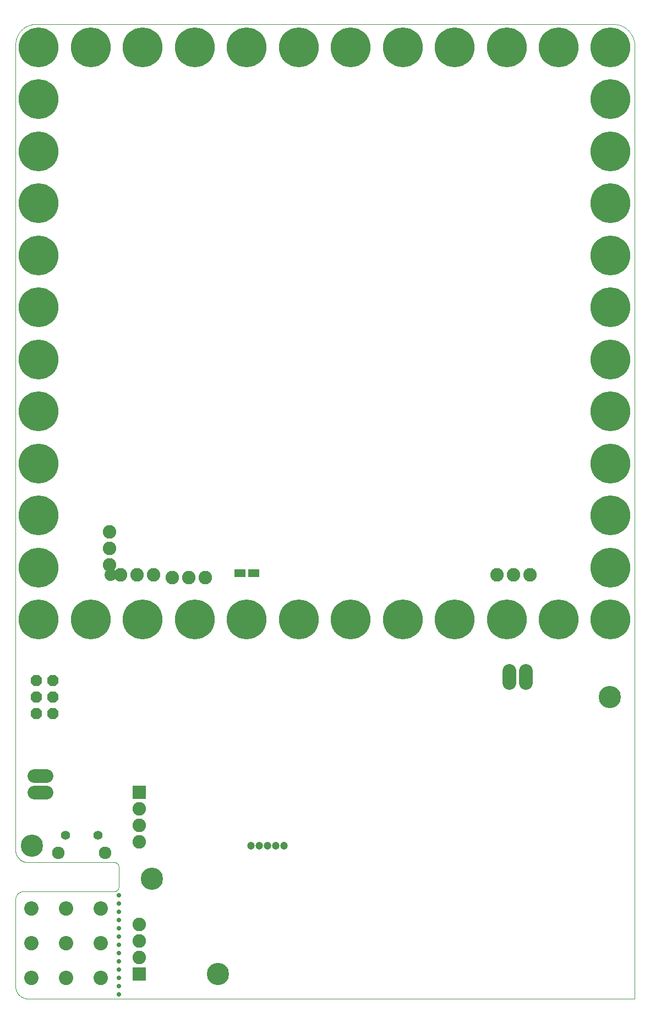
<source format=gbs>
G75*
%MOIN*%
%OFA0B0*%
%FSLAX25Y25*%
%IPPOS*%
%LPD*%
%AMOC8*
5,1,8,0,0,1.08239X$1,22.5*
%
%ADD10C,0.00000*%
%ADD11C,0.08674*%
%ADD12C,0.02769*%
%ADD13C,0.04737*%
%ADD14R,0.08200X0.08200*%
%ADD15C,0.08200*%
%ADD16C,0.05524*%
%ADD17C,0.07591*%
%ADD18OC8,0.06800*%
%ADD19C,0.08200*%
%ADD20C,0.07400*%
%ADD21R,0.06706X0.04737*%
%ADD22C,0.13461*%
%ADD23C,0.24091*%
D10*
X0085095Y0043933D02*
X0085095Y0096433D01*
X0085097Y0096573D01*
X0085103Y0096713D01*
X0085113Y0096853D01*
X0085126Y0096993D01*
X0085144Y0097132D01*
X0085166Y0097271D01*
X0085191Y0097408D01*
X0085220Y0097546D01*
X0085253Y0097682D01*
X0085290Y0097817D01*
X0085331Y0097951D01*
X0085376Y0098084D01*
X0085424Y0098216D01*
X0085476Y0098346D01*
X0085531Y0098475D01*
X0085590Y0098602D01*
X0085653Y0098728D01*
X0085719Y0098852D01*
X0085788Y0098973D01*
X0085861Y0099093D01*
X0085938Y0099211D01*
X0086017Y0099326D01*
X0086100Y0099440D01*
X0086186Y0099550D01*
X0086275Y0099659D01*
X0086367Y0099765D01*
X0086462Y0099868D01*
X0086559Y0099969D01*
X0086660Y0100066D01*
X0086763Y0100161D01*
X0086869Y0100253D01*
X0086978Y0100342D01*
X0087088Y0100428D01*
X0087202Y0100511D01*
X0087317Y0100590D01*
X0087435Y0100667D01*
X0087555Y0100740D01*
X0087676Y0100809D01*
X0087800Y0100875D01*
X0087926Y0100938D01*
X0088053Y0100997D01*
X0088182Y0101052D01*
X0088312Y0101104D01*
X0088444Y0101152D01*
X0088577Y0101197D01*
X0088711Y0101238D01*
X0088846Y0101275D01*
X0088982Y0101308D01*
X0089120Y0101337D01*
X0089257Y0101362D01*
X0089396Y0101384D01*
X0089535Y0101402D01*
X0089675Y0101415D01*
X0089815Y0101425D01*
X0089955Y0101431D01*
X0090095Y0101433D01*
X0145095Y0101433D01*
X0145193Y0101435D01*
X0145291Y0101441D01*
X0145389Y0101450D01*
X0145486Y0101464D01*
X0145583Y0101481D01*
X0145679Y0101502D01*
X0145774Y0101527D01*
X0145868Y0101555D01*
X0145960Y0101588D01*
X0146052Y0101623D01*
X0146142Y0101663D01*
X0146230Y0101705D01*
X0146317Y0101752D01*
X0146401Y0101801D01*
X0146484Y0101854D01*
X0146564Y0101910D01*
X0146643Y0101970D01*
X0146719Y0102032D01*
X0146792Y0102097D01*
X0146863Y0102165D01*
X0146931Y0102236D01*
X0146996Y0102309D01*
X0147058Y0102385D01*
X0147118Y0102464D01*
X0147174Y0102544D01*
X0147227Y0102627D01*
X0147276Y0102711D01*
X0147323Y0102798D01*
X0147365Y0102886D01*
X0147405Y0102976D01*
X0147440Y0103068D01*
X0147473Y0103160D01*
X0147501Y0103254D01*
X0147526Y0103349D01*
X0147547Y0103445D01*
X0147564Y0103542D01*
X0147578Y0103639D01*
X0147587Y0103737D01*
X0147593Y0103835D01*
X0147595Y0103933D01*
X0147595Y0116433D01*
X0147593Y0116531D01*
X0147587Y0116629D01*
X0147578Y0116727D01*
X0147564Y0116824D01*
X0147547Y0116921D01*
X0147526Y0117017D01*
X0147501Y0117112D01*
X0147473Y0117206D01*
X0147440Y0117298D01*
X0147405Y0117390D01*
X0147365Y0117480D01*
X0147323Y0117568D01*
X0147276Y0117655D01*
X0147227Y0117739D01*
X0147174Y0117822D01*
X0147118Y0117902D01*
X0147058Y0117981D01*
X0146996Y0118057D01*
X0146931Y0118130D01*
X0146863Y0118201D01*
X0146792Y0118269D01*
X0146719Y0118334D01*
X0146643Y0118396D01*
X0146564Y0118456D01*
X0146484Y0118512D01*
X0146401Y0118565D01*
X0146317Y0118614D01*
X0146230Y0118661D01*
X0146142Y0118703D01*
X0146052Y0118743D01*
X0145960Y0118778D01*
X0145868Y0118811D01*
X0145774Y0118839D01*
X0145679Y0118864D01*
X0145583Y0118885D01*
X0145486Y0118902D01*
X0145389Y0118916D01*
X0145291Y0118925D01*
X0145193Y0118931D01*
X0145095Y0118933D01*
X0092595Y0118933D01*
X0092414Y0118935D01*
X0092233Y0118942D01*
X0092052Y0118953D01*
X0091871Y0118968D01*
X0091691Y0118988D01*
X0091511Y0119012D01*
X0091332Y0119040D01*
X0091154Y0119073D01*
X0090977Y0119110D01*
X0090800Y0119151D01*
X0090625Y0119196D01*
X0090450Y0119246D01*
X0090277Y0119300D01*
X0090106Y0119358D01*
X0089935Y0119420D01*
X0089767Y0119487D01*
X0089600Y0119557D01*
X0089434Y0119631D01*
X0089271Y0119710D01*
X0089110Y0119792D01*
X0088950Y0119878D01*
X0088793Y0119968D01*
X0088638Y0120062D01*
X0088485Y0120159D01*
X0088335Y0120261D01*
X0088187Y0120365D01*
X0088041Y0120474D01*
X0087899Y0120585D01*
X0087759Y0120701D01*
X0087622Y0120819D01*
X0087487Y0120941D01*
X0087356Y0121066D01*
X0087228Y0121194D01*
X0087103Y0121325D01*
X0086981Y0121460D01*
X0086863Y0121597D01*
X0086747Y0121737D01*
X0086636Y0121879D01*
X0086527Y0122025D01*
X0086423Y0122173D01*
X0086321Y0122323D01*
X0086224Y0122476D01*
X0086130Y0122631D01*
X0086040Y0122788D01*
X0085954Y0122948D01*
X0085872Y0123109D01*
X0085793Y0123272D01*
X0085719Y0123438D01*
X0085649Y0123605D01*
X0085582Y0123773D01*
X0085520Y0123944D01*
X0085462Y0124115D01*
X0085408Y0124288D01*
X0085358Y0124463D01*
X0085313Y0124638D01*
X0085272Y0124815D01*
X0085235Y0124992D01*
X0085202Y0125170D01*
X0085174Y0125349D01*
X0085150Y0125529D01*
X0085130Y0125709D01*
X0085115Y0125890D01*
X0085104Y0126071D01*
X0085097Y0126252D01*
X0085095Y0126433D01*
X0085095Y0613933D01*
X0085099Y0614235D01*
X0085110Y0614537D01*
X0085128Y0614838D01*
X0085153Y0615139D01*
X0085186Y0615440D01*
X0085226Y0615739D01*
X0085273Y0616037D01*
X0085328Y0616335D01*
X0085389Y0616630D01*
X0085458Y0616924D01*
X0085534Y0617217D01*
X0085617Y0617507D01*
X0085707Y0617796D01*
X0085804Y0618082D01*
X0085907Y0618366D01*
X0086018Y0618647D01*
X0086135Y0618925D01*
X0086259Y0619201D01*
X0086390Y0619473D01*
X0086527Y0619742D01*
X0086670Y0620008D01*
X0086820Y0620270D01*
X0086977Y0620529D01*
X0087139Y0620783D01*
X0087308Y0621034D01*
X0087482Y0621280D01*
X0087663Y0621523D01*
X0087849Y0621760D01*
X0088041Y0621994D01*
X0088239Y0622222D01*
X0088442Y0622446D01*
X0088650Y0622664D01*
X0088864Y0622878D01*
X0089082Y0623086D01*
X0089306Y0623289D01*
X0089534Y0623487D01*
X0089768Y0623679D01*
X0090005Y0623865D01*
X0090248Y0624046D01*
X0090494Y0624220D01*
X0090745Y0624389D01*
X0090999Y0624551D01*
X0091258Y0624708D01*
X0091520Y0624858D01*
X0091786Y0625001D01*
X0092055Y0625138D01*
X0092327Y0625269D01*
X0092603Y0625393D01*
X0092881Y0625510D01*
X0093162Y0625621D01*
X0093446Y0625724D01*
X0093732Y0625821D01*
X0094021Y0625911D01*
X0094311Y0625994D01*
X0094604Y0626070D01*
X0094898Y0626139D01*
X0095193Y0626200D01*
X0095491Y0626255D01*
X0095789Y0626302D01*
X0096088Y0626342D01*
X0096389Y0626375D01*
X0096690Y0626400D01*
X0096991Y0626418D01*
X0097293Y0626429D01*
X0097595Y0626433D01*
X0447595Y0626433D01*
X0447917Y0626410D01*
X0448237Y0626380D01*
X0448557Y0626341D01*
X0448876Y0626295D01*
X0449194Y0626241D01*
X0449510Y0626180D01*
X0449825Y0626111D01*
X0450138Y0626034D01*
X0450449Y0625950D01*
X0450758Y0625858D01*
X0451064Y0625759D01*
X0451369Y0625652D01*
X0451670Y0625538D01*
X0451969Y0625417D01*
X0452264Y0625288D01*
X0452556Y0625153D01*
X0452845Y0625010D01*
X0453131Y0624861D01*
X0453413Y0624704D01*
X0453690Y0624541D01*
X0453964Y0624371D01*
X0454234Y0624195D01*
X0454499Y0624012D01*
X0454760Y0623823D01*
X0455016Y0623627D01*
X0455267Y0623425D01*
X0455514Y0623218D01*
X0455755Y0623004D01*
X0455991Y0622784D01*
X0456221Y0622559D01*
X0456446Y0622329D01*
X0456666Y0622093D01*
X0456880Y0621852D01*
X0457087Y0621605D01*
X0457289Y0621354D01*
X0457485Y0621098D01*
X0457674Y0620837D01*
X0457857Y0620572D01*
X0458033Y0620302D01*
X0458203Y0620028D01*
X0458366Y0619751D01*
X0458523Y0619469D01*
X0458672Y0619183D01*
X0458815Y0618894D01*
X0458950Y0618602D01*
X0459079Y0618307D01*
X0459200Y0618008D01*
X0459314Y0617707D01*
X0459421Y0617402D01*
X0459520Y0617096D01*
X0459612Y0616787D01*
X0459696Y0616476D01*
X0459773Y0616163D01*
X0459842Y0615848D01*
X0459903Y0615532D01*
X0459957Y0615214D01*
X0460003Y0614895D01*
X0460042Y0614575D01*
X0460072Y0614255D01*
X0460095Y0613933D01*
X0460095Y0036433D01*
X0092595Y0036433D01*
X0092414Y0036435D01*
X0092233Y0036442D01*
X0092052Y0036453D01*
X0091871Y0036468D01*
X0091691Y0036488D01*
X0091511Y0036512D01*
X0091332Y0036540D01*
X0091154Y0036573D01*
X0090977Y0036610D01*
X0090800Y0036651D01*
X0090625Y0036696D01*
X0090450Y0036746D01*
X0090277Y0036800D01*
X0090106Y0036858D01*
X0089935Y0036920D01*
X0089767Y0036987D01*
X0089600Y0037057D01*
X0089434Y0037131D01*
X0089271Y0037210D01*
X0089110Y0037292D01*
X0088950Y0037378D01*
X0088793Y0037468D01*
X0088638Y0037562D01*
X0088485Y0037659D01*
X0088335Y0037761D01*
X0088187Y0037865D01*
X0088041Y0037974D01*
X0087899Y0038085D01*
X0087759Y0038201D01*
X0087622Y0038319D01*
X0087487Y0038441D01*
X0087356Y0038566D01*
X0087228Y0038694D01*
X0087103Y0038825D01*
X0086981Y0038960D01*
X0086863Y0039097D01*
X0086747Y0039237D01*
X0086636Y0039379D01*
X0086527Y0039525D01*
X0086423Y0039673D01*
X0086321Y0039823D01*
X0086224Y0039976D01*
X0086130Y0040131D01*
X0086040Y0040288D01*
X0085954Y0040448D01*
X0085872Y0040609D01*
X0085793Y0040772D01*
X0085719Y0040938D01*
X0085649Y0041105D01*
X0085582Y0041273D01*
X0085520Y0041444D01*
X0085462Y0041615D01*
X0085408Y0041788D01*
X0085358Y0041963D01*
X0085313Y0042138D01*
X0085272Y0042315D01*
X0085235Y0042492D01*
X0085202Y0042670D01*
X0085174Y0042849D01*
X0085150Y0043029D01*
X0085130Y0043209D01*
X0085115Y0043390D01*
X0085104Y0043571D01*
X0085097Y0043752D01*
X0085095Y0043933D01*
X0090658Y0048933D02*
X0090660Y0049058D01*
X0090666Y0049183D01*
X0090676Y0049307D01*
X0090690Y0049431D01*
X0090707Y0049555D01*
X0090729Y0049678D01*
X0090755Y0049800D01*
X0090784Y0049922D01*
X0090817Y0050042D01*
X0090855Y0050161D01*
X0090895Y0050280D01*
X0090940Y0050396D01*
X0090988Y0050511D01*
X0091040Y0050625D01*
X0091096Y0050737D01*
X0091155Y0050847D01*
X0091217Y0050955D01*
X0091283Y0051062D01*
X0091352Y0051166D01*
X0091425Y0051267D01*
X0091500Y0051367D01*
X0091579Y0051464D01*
X0091661Y0051558D01*
X0091746Y0051650D01*
X0091833Y0051739D01*
X0091924Y0051825D01*
X0092017Y0051908D01*
X0092113Y0051989D01*
X0092211Y0052066D01*
X0092311Y0052140D01*
X0092414Y0052211D01*
X0092519Y0052278D01*
X0092627Y0052343D01*
X0092736Y0052403D01*
X0092847Y0052461D01*
X0092960Y0052514D01*
X0093074Y0052564D01*
X0093190Y0052611D01*
X0093307Y0052653D01*
X0093426Y0052692D01*
X0093546Y0052728D01*
X0093667Y0052759D01*
X0093789Y0052787D01*
X0093911Y0052810D01*
X0094035Y0052830D01*
X0094159Y0052846D01*
X0094283Y0052858D01*
X0094408Y0052866D01*
X0094533Y0052870D01*
X0094657Y0052870D01*
X0094782Y0052866D01*
X0094907Y0052858D01*
X0095031Y0052846D01*
X0095155Y0052830D01*
X0095279Y0052810D01*
X0095401Y0052787D01*
X0095523Y0052759D01*
X0095644Y0052728D01*
X0095764Y0052692D01*
X0095883Y0052653D01*
X0096000Y0052611D01*
X0096116Y0052564D01*
X0096230Y0052514D01*
X0096343Y0052461D01*
X0096454Y0052403D01*
X0096564Y0052343D01*
X0096671Y0052278D01*
X0096776Y0052211D01*
X0096879Y0052140D01*
X0096979Y0052066D01*
X0097077Y0051989D01*
X0097173Y0051908D01*
X0097266Y0051825D01*
X0097357Y0051739D01*
X0097444Y0051650D01*
X0097529Y0051558D01*
X0097611Y0051464D01*
X0097690Y0051367D01*
X0097765Y0051267D01*
X0097838Y0051166D01*
X0097907Y0051062D01*
X0097973Y0050955D01*
X0098035Y0050847D01*
X0098094Y0050737D01*
X0098150Y0050625D01*
X0098202Y0050511D01*
X0098250Y0050396D01*
X0098295Y0050280D01*
X0098335Y0050161D01*
X0098373Y0050042D01*
X0098406Y0049922D01*
X0098435Y0049800D01*
X0098461Y0049678D01*
X0098483Y0049555D01*
X0098500Y0049431D01*
X0098514Y0049307D01*
X0098524Y0049183D01*
X0098530Y0049058D01*
X0098532Y0048933D01*
X0098530Y0048808D01*
X0098524Y0048683D01*
X0098514Y0048559D01*
X0098500Y0048435D01*
X0098483Y0048311D01*
X0098461Y0048188D01*
X0098435Y0048066D01*
X0098406Y0047944D01*
X0098373Y0047824D01*
X0098335Y0047705D01*
X0098295Y0047586D01*
X0098250Y0047470D01*
X0098202Y0047355D01*
X0098150Y0047241D01*
X0098094Y0047129D01*
X0098035Y0047019D01*
X0097973Y0046911D01*
X0097907Y0046804D01*
X0097838Y0046700D01*
X0097765Y0046599D01*
X0097690Y0046499D01*
X0097611Y0046402D01*
X0097529Y0046308D01*
X0097444Y0046216D01*
X0097357Y0046127D01*
X0097266Y0046041D01*
X0097173Y0045958D01*
X0097077Y0045877D01*
X0096979Y0045800D01*
X0096879Y0045726D01*
X0096776Y0045655D01*
X0096671Y0045588D01*
X0096563Y0045523D01*
X0096454Y0045463D01*
X0096343Y0045405D01*
X0096230Y0045352D01*
X0096116Y0045302D01*
X0096000Y0045255D01*
X0095883Y0045213D01*
X0095764Y0045174D01*
X0095644Y0045138D01*
X0095523Y0045107D01*
X0095401Y0045079D01*
X0095279Y0045056D01*
X0095155Y0045036D01*
X0095031Y0045020D01*
X0094907Y0045008D01*
X0094782Y0045000D01*
X0094657Y0044996D01*
X0094533Y0044996D01*
X0094408Y0045000D01*
X0094283Y0045008D01*
X0094159Y0045020D01*
X0094035Y0045036D01*
X0093911Y0045056D01*
X0093789Y0045079D01*
X0093667Y0045107D01*
X0093546Y0045138D01*
X0093426Y0045174D01*
X0093307Y0045213D01*
X0093190Y0045255D01*
X0093074Y0045302D01*
X0092960Y0045352D01*
X0092847Y0045405D01*
X0092736Y0045463D01*
X0092626Y0045523D01*
X0092519Y0045588D01*
X0092414Y0045655D01*
X0092311Y0045726D01*
X0092211Y0045800D01*
X0092113Y0045877D01*
X0092017Y0045958D01*
X0091924Y0046041D01*
X0091833Y0046127D01*
X0091746Y0046216D01*
X0091661Y0046308D01*
X0091579Y0046402D01*
X0091500Y0046499D01*
X0091425Y0046599D01*
X0091352Y0046700D01*
X0091283Y0046804D01*
X0091217Y0046911D01*
X0091155Y0047019D01*
X0091096Y0047129D01*
X0091040Y0047241D01*
X0090988Y0047355D01*
X0090940Y0047470D01*
X0090895Y0047586D01*
X0090855Y0047705D01*
X0090817Y0047824D01*
X0090784Y0047944D01*
X0090755Y0048066D01*
X0090729Y0048188D01*
X0090707Y0048311D01*
X0090690Y0048435D01*
X0090676Y0048559D01*
X0090666Y0048683D01*
X0090660Y0048808D01*
X0090658Y0048933D01*
X0090658Y0069933D02*
X0090660Y0070058D01*
X0090666Y0070183D01*
X0090676Y0070307D01*
X0090690Y0070431D01*
X0090707Y0070555D01*
X0090729Y0070678D01*
X0090755Y0070800D01*
X0090784Y0070922D01*
X0090817Y0071042D01*
X0090855Y0071161D01*
X0090895Y0071280D01*
X0090940Y0071396D01*
X0090988Y0071511D01*
X0091040Y0071625D01*
X0091096Y0071737D01*
X0091155Y0071847D01*
X0091217Y0071955D01*
X0091283Y0072062D01*
X0091352Y0072166D01*
X0091425Y0072267D01*
X0091500Y0072367D01*
X0091579Y0072464D01*
X0091661Y0072558D01*
X0091746Y0072650D01*
X0091833Y0072739D01*
X0091924Y0072825D01*
X0092017Y0072908D01*
X0092113Y0072989D01*
X0092211Y0073066D01*
X0092311Y0073140D01*
X0092414Y0073211D01*
X0092519Y0073278D01*
X0092627Y0073343D01*
X0092736Y0073403D01*
X0092847Y0073461D01*
X0092960Y0073514D01*
X0093074Y0073564D01*
X0093190Y0073611D01*
X0093307Y0073653D01*
X0093426Y0073692D01*
X0093546Y0073728D01*
X0093667Y0073759D01*
X0093789Y0073787D01*
X0093911Y0073810D01*
X0094035Y0073830D01*
X0094159Y0073846D01*
X0094283Y0073858D01*
X0094408Y0073866D01*
X0094533Y0073870D01*
X0094657Y0073870D01*
X0094782Y0073866D01*
X0094907Y0073858D01*
X0095031Y0073846D01*
X0095155Y0073830D01*
X0095279Y0073810D01*
X0095401Y0073787D01*
X0095523Y0073759D01*
X0095644Y0073728D01*
X0095764Y0073692D01*
X0095883Y0073653D01*
X0096000Y0073611D01*
X0096116Y0073564D01*
X0096230Y0073514D01*
X0096343Y0073461D01*
X0096454Y0073403D01*
X0096564Y0073343D01*
X0096671Y0073278D01*
X0096776Y0073211D01*
X0096879Y0073140D01*
X0096979Y0073066D01*
X0097077Y0072989D01*
X0097173Y0072908D01*
X0097266Y0072825D01*
X0097357Y0072739D01*
X0097444Y0072650D01*
X0097529Y0072558D01*
X0097611Y0072464D01*
X0097690Y0072367D01*
X0097765Y0072267D01*
X0097838Y0072166D01*
X0097907Y0072062D01*
X0097973Y0071955D01*
X0098035Y0071847D01*
X0098094Y0071737D01*
X0098150Y0071625D01*
X0098202Y0071511D01*
X0098250Y0071396D01*
X0098295Y0071280D01*
X0098335Y0071161D01*
X0098373Y0071042D01*
X0098406Y0070922D01*
X0098435Y0070800D01*
X0098461Y0070678D01*
X0098483Y0070555D01*
X0098500Y0070431D01*
X0098514Y0070307D01*
X0098524Y0070183D01*
X0098530Y0070058D01*
X0098532Y0069933D01*
X0098530Y0069808D01*
X0098524Y0069683D01*
X0098514Y0069559D01*
X0098500Y0069435D01*
X0098483Y0069311D01*
X0098461Y0069188D01*
X0098435Y0069066D01*
X0098406Y0068944D01*
X0098373Y0068824D01*
X0098335Y0068705D01*
X0098295Y0068586D01*
X0098250Y0068470D01*
X0098202Y0068355D01*
X0098150Y0068241D01*
X0098094Y0068129D01*
X0098035Y0068019D01*
X0097973Y0067911D01*
X0097907Y0067804D01*
X0097838Y0067700D01*
X0097765Y0067599D01*
X0097690Y0067499D01*
X0097611Y0067402D01*
X0097529Y0067308D01*
X0097444Y0067216D01*
X0097357Y0067127D01*
X0097266Y0067041D01*
X0097173Y0066958D01*
X0097077Y0066877D01*
X0096979Y0066800D01*
X0096879Y0066726D01*
X0096776Y0066655D01*
X0096671Y0066588D01*
X0096563Y0066523D01*
X0096454Y0066463D01*
X0096343Y0066405D01*
X0096230Y0066352D01*
X0096116Y0066302D01*
X0096000Y0066255D01*
X0095883Y0066213D01*
X0095764Y0066174D01*
X0095644Y0066138D01*
X0095523Y0066107D01*
X0095401Y0066079D01*
X0095279Y0066056D01*
X0095155Y0066036D01*
X0095031Y0066020D01*
X0094907Y0066008D01*
X0094782Y0066000D01*
X0094657Y0065996D01*
X0094533Y0065996D01*
X0094408Y0066000D01*
X0094283Y0066008D01*
X0094159Y0066020D01*
X0094035Y0066036D01*
X0093911Y0066056D01*
X0093789Y0066079D01*
X0093667Y0066107D01*
X0093546Y0066138D01*
X0093426Y0066174D01*
X0093307Y0066213D01*
X0093190Y0066255D01*
X0093074Y0066302D01*
X0092960Y0066352D01*
X0092847Y0066405D01*
X0092736Y0066463D01*
X0092626Y0066523D01*
X0092519Y0066588D01*
X0092414Y0066655D01*
X0092311Y0066726D01*
X0092211Y0066800D01*
X0092113Y0066877D01*
X0092017Y0066958D01*
X0091924Y0067041D01*
X0091833Y0067127D01*
X0091746Y0067216D01*
X0091661Y0067308D01*
X0091579Y0067402D01*
X0091500Y0067499D01*
X0091425Y0067599D01*
X0091352Y0067700D01*
X0091283Y0067804D01*
X0091217Y0067911D01*
X0091155Y0068019D01*
X0091096Y0068129D01*
X0091040Y0068241D01*
X0090988Y0068355D01*
X0090940Y0068470D01*
X0090895Y0068586D01*
X0090855Y0068705D01*
X0090817Y0068824D01*
X0090784Y0068944D01*
X0090755Y0069066D01*
X0090729Y0069188D01*
X0090707Y0069311D01*
X0090690Y0069435D01*
X0090676Y0069559D01*
X0090666Y0069683D01*
X0090660Y0069808D01*
X0090658Y0069933D01*
X0090658Y0090933D02*
X0090660Y0091058D01*
X0090666Y0091183D01*
X0090676Y0091307D01*
X0090690Y0091431D01*
X0090707Y0091555D01*
X0090729Y0091678D01*
X0090755Y0091800D01*
X0090784Y0091922D01*
X0090817Y0092042D01*
X0090855Y0092161D01*
X0090895Y0092280D01*
X0090940Y0092396D01*
X0090988Y0092511D01*
X0091040Y0092625D01*
X0091096Y0092737D01*
X0091155Y0092847D01*
X0091217Y0092955D01*
X0091283Y0093062D01*
X0091352Y0093166D01*
X0091425Y0093267D01*
X0091500Y0093367D01*
X0091579Y0093464D01*
X0091661Y0093558D01*
X0091746Y0093650D01*
X0091833Y0093739D01*
X0091924Y0093825D01*
X0092017Y0093908D01*
X0092113Y0093989D01*
X0092211Y0094066D01*
X0092311Y0094140D01*
X0092414Y0094211D01*
X0092519Y0094278D01*
X0092627Y0094343D01*
X0092736Y0094403D01*
X0092847Y0094461D01*
X0092960Y0094514D01*
X0093074Y0094564D01*
X0093190Y0094611D01*
X0093307Y0094653D01*
X0093426Y0094692D01*
X0093546Y0094728D01*
X0093667Y0094759D01*
X0093789Y0094787D01*
X0093911Y0094810D01*
X0094035Y0094830D01*
X0094159Y0094846D01*
X0094283Y0094858D01*
X0094408Y0094866D01*
X0094533Y0094870D01*
X0094657Y0094870D01*
X0094782Y0094866D01*
X0094907Y0094858D01*
X0095031Y0094846D01*
X0095155Y0094830D01*
X0095279Y0094810D01*
X0095401Y0094787D01*
X0095523Y0094759D01*
X0095644Y0094728D01*
X0095764Y0094692D01*
X0095883Y0094653D01*
X0096000Y0094611D01*
X0096116Y0094564D01*
X0096230Y0094514D01*
X0096343Y0094461D01*
X0096454Y0094403D01*
X0096564Y0094343D01*
X0096671Y0094278D01*
X0096776Y0094211D01*
X0096879Y0094140D01*
X0096979Y0094066D01*
X0097077Y0093989D01*
X0097173Y0093908D01*
X0097266Y0093825D01*
X0097357Y0093739D01*
X0097444Y0093650D01*
X0097529Y0093558D01*
X0097611Y0093464D01*
X0097690Y0093367D01*
X0097765Y0093267D01*
X0097838Y0093166D01*
X0097907Y0093062D01*
X0097973Y0092955D01*
X0098035Y0092847D01*
X0098094Y0092737D01*
X0098150Y0092625D01*
X0098202Y0092511D01*
X0098250Y0092396D01*
X0098295Y0092280D01*
X0098335Y0092161D01*
X0098373Y0092042D01*
X0098406Y0091922D01*
X0098435Y0091800D01*
X0098461Y0091678D01*
X0098483Y0091555D01*
X0098500Y0091431D01*
X0098514Y0091307D01*
X0098524Y0091183D01*
X0098530Y0091058D01*
X0098532Y0090933D01*
X0098530Y0090808D01*
X0098524Y0090683D01*
X0098514Y0090559D01*
X0098500Y0090435D01*
X0098483Y0090311D01*
X0098461Y0090188D01*
X0098435Y0090066D01*
X0098406Y0089944D01*
X0098373Y0089824D01*
X0098335Y0089705D01*
X0098295Y0089586D01*
X0098250Y0089470D01*
X0098202Y0089355D01*
X0098150Y0089241D01*
X0098094Y0089129D01*
X0098035Y0089019D01*
X0097973Y0088911D01*
X0097907Y0088804D01*
X0097838Y0088700D01*
X0097765Y0088599D01*
X0097690Y0088499D01*
X0097611Y0088402D01*
X0097529Y0088308D01*
X0097444Y0088216D01*
X0097357Y0088127D01*
X0097266Y0088041D01*
X0097173Y0087958D01*
X0097077Y0087877D01*
X0096979Y0087800D01*
X0096879Y0087726D01*
X0096776Y0087655D01*
X0096671Y0087588D01*
X0096563Y0087523D01*
X0096454Y0087463D01*
X0096343Y0087405D01*
X0096230Y0087352D01*
X0096116Y0087302D01*
X0096000Y0087255D01*
X0095883Y0087213D01*
X0095764Y0087174D01*
X0095644Y0087138D01*
X0095523Y0087107D01*
X0095401Y0087079D01*
X0095279Y0087056D01*
X0095155Y0087036D01*
X0095031Y0087020D01*
X0094907Y0087008D01*
X0094782Y0087000D01*
X0094657Y0086996D01*
X0094533Y0086996D01*
X0094408Y0087000D01*
X0094283Y0087008D01*
X0094159Y0087020D01*
X0094035Y0087036D01*
X0093911Y0087056D01*
X0093789Y0087079D01*
X0093667Y0087107D01*
X0093546Y0087138D01*
X0093426Y0087174D01*
X0093307Y0087213D01*
X0093190Y0087255D01*
X0093074Y0087302D01*
X0092960Y0087352D01*
X0092847Y0087405D01*
X0092736Y0087463D01*
X0092626Y0087523D01*
X0092519Y0087588D01*
X0092414Y0087655D01*
X0092311Y0087726D01*
X0092211Y0087800D01*
X0092113Y0087877D01*
X0092017Y0087958D01*
X0091924Y0088041D01*
X0091833Y0088127D01*
X0091746Y0088216D01*
X0091661Y0088308D01*
X0091579Y0088402D01*
X0091500Y0088499D01*
X0091425Y0088599D01*
X0091352Y0088700D01*
X0091283Y0088804D01*
X0091217Y0088911D01*
X0091155Y0089019D01*
X0091096Y0089129D01*
X0091040Y0089241D01*
X0090988Y0089355D01*
X0090940Y0089470D01*
X0090895Y0089586D01*
X0090855Y0089705D01*
X0090817Y0089824D01*
X0090784Y0089944D01*
X0090755Y0090066D01*
X0090729Y0090188D01*
X0090707Y0090311D01*
X0090690Y0090435D01*
X0090676Y0090559D01*
X0090666Y0090683D01*
X0090660Y0090808D01*
X0090658Y0090933D01*
X0111658Y0090933D02*
X0111660Y0091058D01*
X0111666Y0091183D01*
X0111676Y0091307D01*
X0111690Y0091431D01*
X0111707Y0091555D01*
X0111729Y0091678D01*
X0111755Y0091800D01*
X0111784Y0091922D01*
X0111817Y0092042D01*
X0111855Y0092161D01*
X0111895Y0092280D01*
X0111940Y0092396D01*
X0111988Y0092511D01*
X0112040Y0092625D01*
X0112096Y0092737D01*
X0112155Y0092847D01*
X0112217Y0092955D01*
X0112283Y0093062D01*
X0112352Y0093166D01*
X0112425Y0093267D01*
X0112500Y0093367D01*
X0112579Y0093464D01*
X0112661Y0093558D01*
X0112746Y0093650D01*
X0112833Y0093739D01*
X0112924Y0093825D01*
X0113017Y0093908D01*
X0113113Y0093989D01*
X0113211Y0094066D01*
X0113311Y0094140D01*
X0113414Y0094211D01*
X0113519Y0094278D01*
X0113627Y0094343D01*
X0113736Y0094403D01*
X0113847Y0094461D01*
X0113960Y0094514D01*
X0114074Y0094564D01*
X0114190Y0094611D01*
X0114307Y0094653D01*
X0114426Y0094692D01*
X0114546Y0094728D01*
X0114667Y0094759D01*
X0114789Y0094787D01*
X0114911Y0094810D01*
X0115035Y0094830D01*
X0115159Y0094846D01*
X0115283Y0094858D01*
X0115408Y0094866D01*
X0115533Y0094870D01*
X0115657Y0094870D01*
X0115782Y0094866D01*
X0115907Y0094858D01*
X0116031Y0094846D01*
X0116155Y0094830D01*
X0116279Y0094810D01*
X0116401Y0094787D01*
X0116523Y0094759D01*
X0116644Y0094728D01*
X0116764Y0094692D01*
X0116883Y0094653D01*
X0117000Y0094611D01*
X0117116Y0094564D01*
X0117230Y0094514D01*
X0117343Y0094461D01*
X0117454Y0094403D01*
X0117564Y0094343D01*
X0117671Y0094278D01*
X0117776Y0094211D01*
X0117879Y0094140D01*
X0117979Y0094066D01*
X0118077Y0093989D01*
X0118173Y0093908D01*
X0118266Y0093825D01*
X0118357Y0093739D01*
X0118444Y0093650D01*
X0118529Y0093558D01*
X0118611Y0093464D01*
X0118690Y0093367D01*
X0118765Y0093267D01*
X0118838Y0093166D01*
X0118907Y0093062D01*
X0118973Y0092955D01*
X0119035Y0092847D01*
X0119094Y0092737D01*
X0119150Y0092625D01*
X0119202Y0092511D01*
X0119250Y0092396D01*
X0119295Y0092280D01*
X0119335Y0092161D01*
X0119373Y0092042D01*
X0119406Y0091922D01*
X0119435Y0091800D01*
X0119461Y0091678D01*
X0119483Y0091555D01*
X0119500Y0091431D01*
X0119514Y0091307D01*
X0119524Y0091183D01*
X0119530Y0091058D01*
X0119532Y0090933D01*
X0119530Y0090808D01*
X0119524Y0090683D01*
X0119514Y0090559D01*
X0119500Y0090435D01*
X0119483Y0090311D01*
X0119461Y0090188D01*
X0119435Y0090066D01*
X0119406Y0089944D01*
X0119373Y0089824D01*
X0119335Y0089705D01*
X0119295Y0089586D01*
X0119250Y0089470D01*
X0119202Y0089355D01*
X0119150Y0089241D01*
X0119094Y0089129D01*
X0119035Y0089019D01*
X0118973Y0088911D01*
X0118907Y0088804D01*
X0118838Y0088700D01*
X0118765Y0088599D01*
X0118690Y0088499D01*
X0118611Y0088402D01*
X0118529Y0088308D01*
X0118444Y0088216D01*
X0118357Y0088127D01*
X0118266Y0088041D01*
X0118173Y0087958D01*
X0118077Y0087877D01*
X0117979Y0087800D01*
X0117879Y0087726D01*
X0117776Y0087655D01*
X0117671Y0087588D01*
X0117563Y0087523D01*
X0117454Y0087463D01*
X0117343Y0087405D01*
X0117230Y0087352D01*
X0117116Y0087302D01*
X0117000Y0087255D01*
X0116883Y0087213D01*
X0116764Y0087174D01*
X0116644Y0087138D01*
X0116523Y0087107D01*
X0116401Y0087079D01*
X0116279Y0087056D01*
X0116155Y0087036D01*
X0116031Y0087020D01*
X0115907Y0087008D01*
X0115782Y0087000D01*
X0115657Y0086996D01*
X0115533Y0086996D01*
X0115408Y0087000D01*
X0115283Y0087008D01*
X0115159Y0087020D01*
X0115035Y0087036D01*
X0114911Y0087056D01*
X0114789Y0087079D01*
X0114667Y0087107D01*
X0114546Y0087138D01*
X0114426Y0087174D01*
X0114307Y0087213D01*
X0114190Y0087255D01*
X0114074Y0087302D01*
X0113960Y0087352D01*
X0113847Y0087405D01*
X0113736Y0087463D01*
X0113626Y0087523D01*
X0113519Y0087588D01*
X0113414Y0087655D01*
X0113311Y0087726D01*
X0113211Y0087800D01*
X0113113Y0087877D01*
X0113017Y0087958D01*
X0112924Y0088041D01*
X0112833Y0088127D01*
X0112746Y0088216D01*
X0112661Y0088308D01*
X0112579Y0088402D01*
X0112500Y0088499D01*
X0112425Y0088599D01*
X0112352Y0088700D01*
X0112283Y0088804D01*
X0112217Y0088911D01*
X0112155Y0089019D01*
X0112096Y0089129D01*
X0112040Y0089241D01*
X0111988Y0089355D01*
X0111940Y0089470D01*
X0111895Y0089586D01*
X0111855Y0089705D01*
X0111817Y0089824D01*
X0111784Y0089944D01*
X0111755Y0090066D01*
X0111729Y0090188D01*
X0111707Y0090311D01*
X0111690Y0090435D01*
X0111676Y0090559D01*
X0111666Y0090683D01*
X0111660Y0090808D01*
X0111658Y0090933D01*
X0111658Y0069933D02*
X0111660Y0070058D01*
X0111666Y0070183D01*
X0111676Y0070307D01*
X0111690Y0070431D01*
X0111707Y0070555D01*
X0111729Y0070678D01*
X0111755Y0070800D01*
X0111784Y0070922D01*
X0111817Y0071042D01*
X0111855Y0071161D01*
X0111895Y0071280D01*
X0111940Y0071396D01*
X0111988Y0071511D01*
X0112040Y0071625D01*
X0112096Y0071737D01*
X0112155Y0071847D01*
X0112217Y0071955D01*
X0112283Y0072062D01*
X0112352Y0072166D01*
X0112425Y0072267D01*
X0112500Y0072367D01*
X0112579Y0072464D01*
X0112661Y0072558D01*
X0112746Y0072650D01*
X0112833Y0072739D01*
X0112924Y0072825D01*
X0113017Y0072908D01*
X0113113Y0072989D01*
X0113211Y0073066D01*
X0113311Y0073140D01*
X0113414Y0073211D01*
X0113519Y0073278D01*
X0113627Y0073343D01*
X0113736Y0073403D01*
X0113847Y0073461D01*
X0113960Y0073514D01*
X0114074Y0073564D01*
X0114190Y0073611D01*
X0114307Y0073653D01*
X0114426Y0073692D01*
X0114546Y0073728D01*
X0114667Y0073759D01*
X0114789Y0073787D01*
X0114911Y0073810D01*
X0115035Y0073830D01*
X0115159Y0073846D01*
X0115283Y0073858D01*
X0115408Y0073866D01*
X0115533Y0073870D01*
X0115657Y0073870D01*
X0115782Y0073866D01*
X0115907Y0073858D01*
X0116031Y0073846D01*
X0116155Y0073830D01*
X0116279Y0073810D01*
X0116401Y0073787D01*
X0116523Y0073759D01*
X0116644Y0073728D01*
X0116764Y0073692D01*
X0116883Y0073653D01*
X0117000Y0073611D01*
X0117116Y0073564D01*
X0117230Y0073514D01*
X0117343Y0073461D01*
X0117454Y0073403D01*
X0117564Y0073343D01*
X0117671Y0073278D01*
X0117776Y0073211D01*
X0117879Y0073140D01*
X0117979Y0073066D01*
X0118077Y0072989D01*
X0118173Y0072908D01*
X0118266Y0072825D01*
X0118357Y0072739D01*
X0118444Y0072650D01*
X0118529Y0072558D01*
X0118611Y0072464D01*
X0118690Y0072367D01*
X0118765Y0072267D01*
X0118838Y0072166D01*
X0118907Y0072062D01*
X0118973Y0071955D01*
X0119035Y0071847D01*
X0119094Y0071737D01*
X0119150Y0071625D01*
X0119202Y0071511D01*
X0119250Y0071396D01*
X0119295Y0071280D01*
X0119335Y0071161D01*
X0119373Y0071042D01*
X0119406Y0070922D01*
X0119435Y0070800D01*
X0119461Y0070678D01*
X0119483Y0070555D01*
X0119500Y0070431D01*
X0119514Y0070307D01*
X0119524Y0070183D01*
X0119530Y0070058D01*
X0119532Y0069933D01*
X0119530Y0069808D01*
X0119524Y0069683D01*
X0119514Y0069559D01*
X0119500Y0069435D01*
X0119483Y0069311D01*
X0119461Y0069188D01*
X0119435Y0069066D01*
X0119406Y0068944D01*
X0119373Y0068824D01*
X0119335Y0068705D01*
X0119295Y0068586D01*
X0119250Y0068470D01*
X0119202Y0068355D01*
X0119150Y0068241D01*
X0119094Y0068129D01*
X0119035Y0068019D01*
X0118973Y0067911D01*
X0118907Y0067804D01*
X0118838Y0067700D01*
X0118765Y0067599D01*
X0118690Y0067499D01*
X0118611Y0067402D01*
X0118529Y0067308D01*
X0118444Y0067216D01*
X0118357Y0067127D01*
X0118266Y0067041D01*
X0118173Y0066958D01*
X0118077Y0066877D01*
X0117979Y0066800D01*
X0117879Y0066726D01*
X0117776Y0066655D01*
X0117671Y0066588D01*
X0117563Y0066523D01*
X0117454Y0066463D01*
X0117343Y0066405D01*
X0117230Y0066352D01*
X0117116Y0066302D01*
X0117000Y0066255D01*
X0116883Y0066213D01*
X0116764Y0066174D01*
X0116644Y0066138D01*
X0116523Y0066107D01*
X0116401Y0066079D01*
X0116279Y0066056D01*
X0116155Y0066036D01*
X0116031Y0066020D01*
X0115907Y0066008D01*
X0115782Y0066000D01*
X0115657Y0065996D01*
X0115533Y0065996D01*
X0115408Y0066000D01*
X0115283Y0066008D01*
X0115159Y0066020D01*
X0115035Y0066036D01*
X0114911Y0066056D01*
X0114789Y0066079D01*
X0114667Y0066107D01*
X0114546Y0066138D01*
X0114426Y0066174D01*
X0114307Y0066213D01*
X0114190Y0066255D01*
X0114074Y0066302D01*
X0113960Y0066352D01*
X0113847Y0066405D01*
X0113736Y0066463D01*
X0113626Y0066523D01*
X0113519Y0066588D01*
X0113414Y0066655D01*
X0113311Y0066726D01*
X0113211Y0066800D01*
X0113113Y0066877D01*
X0113017Y0066958D01*
X0112924Y0067041D01*
X0112833Y0067127D01*
X0112746Y0067216D01*
X0112661Y0067308D01*
X0112579Y0067402D01*
X0112500Y0067499D01*
X0112425Y0067599D01*
X0112352Y0067700D01*
X0112283Y0067804D01*
X0112217Y0067911D01*
X0112155Y0068019D01*
X0112096Y0068129D01*
X0112040Y0068241D01*
X0111988Y0068355D01*
X0111940Y0068470D01*
X0111895Y0068586D01*
X0111855Y0068705D01*
X0111817Y0068824D01*
X0111784Y0068944D01*
X0111755Y0069066D01*
X0111729Y0069188D01*
X0111707Y0069311D01*
X0111690Y0069435D01*
X0111676Y0069559D01*
X0111666Y0069683D01*
X0111660Y0069808D01*
X0111658Y0069933D01*
X0111658Y0048933D02*
X0111660Y0049058D01*
X0111666Y0049183D01*
X0111676Y0049307D01*
X0111690Y0049431D01*
X0111707Y0049555D01*
X0111729Y0049678D01*
X0111755Y0049800D01*
X0111784Y0049922D01*
X0111817Y0050042D01*
X0111855Y0050161D01*
X0111895Y0050280D01*
X0111940Y0050396D01*
X0111988Y0050511D01*
X0112040Y0050625D01*
X0112096Y0050737D01*
X0112155Y0050847D01*
X0112217Y0050955D01*
X0112283Y0051062D01*
X0112352Y0051166D01*
X0112425Y0051267D01*
X0112500Y0051367D01*
X0112579Y0051464D01*
X0112661Y0051558D01*
X0112746Y0051650D01*
X0112833Y0051739D01*
X0112924Y0051825D01*
X0113017Y0051908D01*
X0113113Y0051989D01*
X0113211Y0052066D01*
X0113311Y0052140D01*
X0113414Y0052211D01*
X0113519Y0052278D01*
X0113627Y0052343D01*
X0113736Y0052403D01*
X0113847Y0052461D01*
X0113960Y0052514D01*
X0114074Y0052564D01*
X0114190Y0052611D01*
X0114307Y0052653D01*
X0114426Y0052692D01*
X0114546Y0052728D01*
X0114667Y0052759D01*
X0114789Y0052787D01*
X0114911Y0052810D01*
X0115035Y0052830D01*
X0115159Y0052846D01*
X0115283Y0052858D01*
X0115408Y0052866D01*
X0115533Y0052870D01*
X0115657Y0052870D01*
X0115782Y0052866D01*
X0115907Y0052858D01*
X0116031Y0052846D01*
X0116155Y0052830D01*
X0116279Y0052810D01*
X0116401Y0052787D01*
X0116523Y0052759D01*
X0116644Y0052728D01*
X0116764Y0052692D01*
X0116883Y0052653D01*
X0117000Y0052611D01*
X0117116Y0052564D01*
X0117230Y0052514D01*
X0117343Y0052461D01*
X0117454Y0052403D01*
X0117564Y0052343D01*
X0117671Y0052278D01*
X0117776Y0052211D01*
X0117879Y0052140D01*
X0117979Y0052066D01*
X0118077Y0051989D01*
X0118173Y0051908D01*
X0118266Y0051825D01*
X0118357Y0051739D01*
X0118444Y0051650D01*
X0118529Y0051558D01*
X0118611Y0051464D01*
X0118690Y0051367D01*
X0118765Y0051267D01*
X0118838Y0051166D01*
X0118907Y0051062D01*
X0118973Y0050955D01*
X0119035Y0050847D01*
X0119094Y0050737D01*
X0119150Y0050625D01*
X0119202Y0050511D01*
X0119250Y0050396D01*
X0119295Y0050280D01*
X0119335Y0050161D01*
X0119373Y0050042D01*
X0119406Y0049922D01*
X0119435Y0049800D01*
X0119461Y0049678D01*
X0119483Y0049555D01*
X0119500Y0049431D01*
X0119514Y0049307D01*
X0119524Y0049183D01*
X0119530Y0049058D01*
X0119532Y0048933D01*
X0119530Y0048808D01*
X0119524Y0048683D01*
X0119514Y0048559D01*
X0119500Y0048435D01*
X0119483Y0048311D01*
X0119461Y0048188D01*
X0119435Y0048066D01*
X0119406Y0047944D01*
X0119373Y0047824D01*
X0119335Y0047705D01*
X0119295Y0047586D01*
X0119250Y0047470D01*
X0119202Y0047355D01*
X0119150Y0047241D01*
X0119094Y0047129D01*
X0119035Y0047019D01*
X0118973Y0046911D01*
X0118907Y0046804D01*
X0118838Y0046700D01*
X0118765Y0046599D01*
X0118690Y0046499D01*
X0118611Y0046402D01*
X0118529Y0046308D01*
X0118444Y0046216D01*
X0118357Y0046127D01*
X0118266Y0046041D01*
X0118173Y0045958D01*
X0118077Y0045877D01*
X0117979Y0045800D01*
X0117879Y0045726D01*
X0117776Y0045655D01*
X0117671Y0045588D01*
X0117563Y0045523D01*
X0117454Y0045463D01*
X0117343Y0045405D01*
X0117230Y0045352D01*
X0117116Y0045302D01*
X0117000Y0045255D01*
X0116883Y0045213D01*
X0116764Y0045174D01*
X0116644Y0045138D01*
X0116523Y0045107D01*
X0116401Y0045079D01*
X0116279Y0045056D01*
X0116155Y0045036D01*
X0116031Y0045020D01*
X0115907Y0045008D01*
X0115782Y0045000D01*
X0115657Y0044996D01*
X0115533Y0044996D01*
X0115408Y0045000D01*
X0115283Y0045008D01*
X0115159Y0045020D01*
X0115035Y0045036D01*
X0114911Y0045056D01*
X0114789Y0045079D01*
X0114667Y0045107D01*
X0114546Y0045138D01*
X0114426Y0045174D01*
X0114307Y0045213D01*
X0114190Y0045255D01*
X0114074Y0045302D01*
X0113960Y0045352D01*
X0113847Y0045405D01*
X0113736Y0045463D01*
X0113626Y0045523D01*
X0113519Y0045588D01*
X0113414Y0045655D01*
X0113311Y0045726D01*
X0113211Y0045800D01*
X0113113Y0045877D01*
X0113017Y0045958D01*
X0112924Y0046041D01*
X0112833Y0046127D01*
X0112746Y0046216D01*
X0112661Y0046308D01*
X0112579Y0046402D01*
X0112500Y0046499D01*
X0112425Y0046599D01*
X0112352Y0046700D01*
X0112283Y0046804D01*
X0112217Y0046911D01*
X0112155Y0047019D01*
X0112096Y0047129D01*
X0112040Y0047241D01*
X0111988Y0047355D01*
X0111940Y0047470D01*
X0111895Y0047586D01*
X0111855Y0047705D01*
X0111817Y0047824D01*
X0111784Y0047944D01*
X0111755Y0048066D01*
X0111729Y0048188D01*
X0111707Y0048311D01*
X0111690Y0048435D01*
X0111676Y0048559D01*
X0111666Y0048683D01*
X0111660Y0048808D01*
X0111658Y0048933D01*
X0132658Y0048933D02*
X0132660Y0049058D01*
X0132666Y0049183D01*
X0132676Y0049307D01*
X0132690Y0049431D01*
X0132707Y0049555D01*
X0132729Y0049678D01*
X0132755Y0049800D01*
X0132784Y0049922D01*
X0132817Y0050042D01*
X0132855Y0050161D01*
X0132895Y0050280D01*
X0132940Y0050396D01*
X0132988Y0050511D01*
X0133040Y0050625D01*
X0133096Y0050737D01*
X0133155Y0050847D01*
X0133217Y0050955D01*
X0133283Y0051062D01*
X0133352Y0051166D01*
X0133425Y0051267D01*
X0133500Y0051367D01*
X0133579Y0051464D01*
X0133661Y0051558D01*
X0133746Y0051650D01*
X0133833Y0051739D01*
X0133924Y0051825D01*
X0134017Y0051908D01*
X0134113Y0051989D01*
X0134211Y0052066D01*
X0134311Y0052140D01*
X0134414Y0052211D01*
X0134519Y0052278D01*
X0134627Y0052343D01*
X0134736Y0052403D01*
X0134847Y0052461D01*
X0134960Y0052514D01*
X0135074Y0052564D01*
X0135190Y0052611D01*
X0135307Y0052653D01*
X0135426Y0052692D01*
X0135546Y0052728D01*
X0135667Y0052759D01*
X0135789Y0052787D01*
X0135911Y0052810D01*
X0136035Y0052830D01*
X0136159Y0052846D01*
X0136283Y0052858D01*
X0136408Y0052866D01*
X0136533Y0052870D01*
X0136657Y0052870D01*
X0136782Y0052866D01*
X0136907Y0052858D01*
X0137031Y0052846D01*
X0137155Y0052830D01*
X0137279Y0052810D01*
X0137401Y0052787D01*
X0137523Y0052759D01*
X0137644Y0052728D01*
X0137764Y0052692D01*
X0137883Y0052653D01*
X0138000Y0052611D01*
X0138116Y0052564D01*
X0138230Y0052514D01*
X0138343Y0052461D01*
X0138454Y0052403D01*
X0138564Y0052343D01*
X0138671Y0052278D01*
X0138776Y0052211D01*
X0138879Y0052140D01*
X0138979Y0052066D01*
X0139077Y0051989D01*
X0139173Y0051908D01*
X0139266Y0051825D01*
X0139357Y0051739D01*
X0139444Y0051650D01*
X0139529Y0051558D01*
X0139611Y0051464D01*
X0139690Y0051367D01*
X0139765Y0051267D01*
X0139838Y0051166D01*
X0139907Y0051062D01*
X0139973Y0050955D01*
X0140035Y0050847D01*
X0140094Y0050737D01*
X0140150Y0050625D01*
X0140202Y0050511D01*
X0140250Y0050396D01*
X0140295Y0050280D01*
X0140335Y0050161D01*
X0140373Y0050042D01*
X0140406Y0049922D01*
X0140435Y0049800D01*
X0140461Y0049678D01*
X0140483Y0049555D01*
X0140500Y0049431D01*
X0140514Y0049307D01*
X0140524Y0049183D01*
X0140530Y0049058D01*
X0140532Y0048933D01*
X0140530Y0048808D01*
X0140524Y0048683D01*
X0140514Y0048559D01*
X0140500Y0048435D01*
X0140483Y0048311D01*
X0140461Y0048188D01*
X0140435Y0048066D01*
X0140406Y0047944D01*
X0140373Y0047824D01*
X0140335Y0047705D01*
X0140295Y0047586D01*
X0140250Y0047470D01*
X0140202Y0047355D01*
X0140150Y0047241D01*
X0140094Y0047129D01*
X0140035Y0047019D01*
X0139973Y0046911D01*
X0139907Y0046804D01*
X0139838Y0046700D01*
X0139765Y0046599D01*
X0139690Y0046499D01*
X0139611Y0046402D01*
X0139529Y0046308D01*
X0139444Y0046216D01*
X0139357Y0046127D01*
X0139266Y0046041D01*
X0139173Y0045958D01*
X0139077Y0045877D01*
X0138979Y0045800D01*
X0138879Y0045726D01*
X0138776Y0045655D01*
X0138671Y0045588D01*
X0138563Y0045523D01*
X0138454Y0045463D01*
X0138343Y0045405D01*
X0138230Y0045352D01*
X0138116Y0045302D01*
X0138000Y0045255D01*
X0137883Y0045213D01*
X0137764Y0045174D01*
X0137644Y0045138D01*
X0137523Y0045107D01*
X0137401Y0045079D01*
X0137279Y0045056D01*
X0137155Y0045036D01*
X0137031Y0045020D01*
X0136907Y0045008D01*
X0136782Y0045000D01*
X0136657Y0044996D01*
X0136533Y0044996D01*
X0136408Y0045000D01*
X0136283Y0045008D01*
X0136159Y0045020D01*
X0136035Y0045036D01*
X0135911Y0045056D01*
X0135789Y0045079D01*
X0135667Y0045107D01*
X0135546Y0045138D01*
X0135426Y0045174D01*
X0135307Y0045213D01*
X0135190Y0045255D01*
X0135074Y0045302D01*
X0134960Y0045352D01*
X0134847Y0045405D01*
X0134736Y0045463D01*
X0134626Y0045523D01*
X0134519Y0045588D01*
X0134414Y0045655D01*
X0134311Y0045726D01*
X0134211Y0045800D01*
X0134113Y0045877D01*
X0134017Y0045958D01*
X0133924Y0046041D01*
X0133833Y0046127D01*
X0133746Y0046216D01*
X0133661Y0046308D01*
X0133579Y0046402D01*
X0133500Y0046499D01*
X0133425Y0046599D01*
X0133352Y0046700D01*
X0133283Y0046804D01*
X0133217Y0046911D01*
X0133155Y0047019D01*
X0133096Y0047129D01*
X0133040Y0047241D01*
X0132988Y0047355D01*
X0132940Y0047470D01*
X0132895Y0047586D01*
X0132855Y0047705D01*
X0132817Y0047824D01*
X0132784Y0047944D01*
X0132755Y0048066D01*
X0132729Y0048188D01*
X0132707Y0048311D01*
X0132690Y0048435D01*
X0132676Y0048559D01*
X0132666Y0048683D01*
X0132660Y0048808D01*
X0132658Y0048933D01*
X0146611Y0048933D02*
X0146613Y0048995D01*
X0146619Y0049058D01*
X0146629Y0049119D01*
X0146643Y0049180D01*
X0146660Y0049240D01*
X0146681Y0049299D01*
X0146707Y0049356D01*
X0146735Y0049411D01*
X0146767Y0049465D01*
X0146803Y0049516D01*
X0146841Y0049566D01*
X0146883Y0049612D01*
X0146927Y0049656D01*
X0146975Y0049697D01*
X0147024Y0049735D01*
X0147076Y0049769D01*
X0147130Y0049800D01*
X0147186Y0049828D01*
X0147244Y0049852D01*
X0147303Y0049873D01*
X0147363Y0049889D01*
X0147424Y0049902D01*
X0147486Y0049911D01*
X0147548Y0049916D01*
X0147611Y0049917D01*
X0147673Y0049914D01*
X0147735Y0049907D01*
X0147797Y0049896D01*
X0147857Y0049881D01*
X0147917Y0049863D01*
X0147975Y0049841D01*
X0148032Y0049815D01*
X0148087Y0049785D01*
X0148140Y0049752D01*
X0148191Y0049716D01*
X0148239Y0049677D01*
X0148285Y0049634D01*
X0148328Y0049589D01*
X0148368Y0049541D01*
X0148405Y0049491D01*
X0148439Y0049438D01*
X0148470Y0049384D01*
X0148496Y0049328D01*
X0148520Y0049270D01*
X0148539Y0049210D01*
X0148555Y0049150D01*
X0148567Y0049088D01*
X0148575Y0049027D01*
X0148579Y0048964D01*
X0148579Y0048902D01*
X0148575Y0048839D01*
X0148567Y0048778D01*
X0148555Y0048716D01*
X0148539Y0048656D01*
X0148520Y0048596D01*
X0148496Y0048538D01*
X0148470Y0048482D01*
X0148439Y0048428D01*
X0148405Y0048375D01*
X0148368Y0048325D01*
X0148328Y0048277D01*
X0148285Y0048232D01*
X0148239Y0048189D01*
X0148191Y0048150D01*
X0148140Y0048114D01*
X0148087Y0048081D01*
X0148032Y0048051D01*
X0147975Y0048025D01*
X0147917Y0048003D01*
X0147857Y0047985D01*
X0147797Y0047970D01*
X0147735Y0047959D01*
X0147673Y0047952D01*
X0147611Y0047949D01*
X0147548Y0047950D01*
X0147486Y0047955D01*
X0147424Y0047964D01*
X0147363Y0047977D01*
X0147303Y0047993D01*
X0147244Y0048014D01*
X0147186Y0048038D01*
X0147130Y0048066D01*
X0147076Y0048097D01*
X0147024Y0048131D01*
X0146975Y0048169D01*
X0146927Y0048210D01*
X0146883Y0048254D01*
X0146841Y0048300D01*
X0146803Y0048350D01*
X0146767Y0048401D01*
X0146735Y0048455D01*
X0146707Y0048510D01*
X0146681Y0048567D01*
X0146660Y0048626D01*
X0146643Y0048686D01*
X0146629Y0048747D01*
X0146619Y0048808D01*
X0146613Y0048871D01*
X0146611Y0048933D01*
X0146611Y0043933D02*
X0146613Y0043995D01*
X0146619Y0044058D01*
X0146629Y0044119D01*
X0146643Y0044180D01*
X0146660Y0044240D01*
X0146681Y0044299D01*
X0146707Y0044356D01*
X0146735Y0044411D01*
X0146767Y0044465D01*
X0146803Y0044516D01*
X0146841Y0044566D01*
X0146883Y0044612D01*
X0146927Y0044656D01*
X0146975Y0044697D01*
X0147024Y0044735D01*
X0147076Y0044769D01*
X0147130Y0044800D01*
X0147186Y0044828D01*
X0147244Y0044852D01*
X0147303Y0044873D01*
X0147363Y0044889D01*
X0147424Y0044902D01*
X0147486Y0044911D01*
X0147548Y0044916D01*
X0147611Y0044917D01*
X0147673Y0044914D01*
X0147735Y0044907D01*
X0147797Y0044896D01*
X0147857Y0044881D01*
X0147917Y0044863D01*
X0147975Y0044841D01*
X0148032Y0044815D01*
X0148087Y0044785D01*
X0148140Y0044752D01*
X0148191Y0044716D01*
X0148239Y0044677D01*
X0148285Y0044634D01*
X0148328Y0044589D01*
X0148368Y0044541D01*
X0148405Y0044491D01*
X0148439Y0044438D01*
X0148470Y0044384D01*
X0148496Y0044328D01*
X0148520Y0044270D01*
X0148539Y0044210D01*
X0148555Y0044150D01*
X0148567Y0044088D01*
X0148575Y0044027D01*
X0148579Y0043964D01*
X0148579Y0043902D01*
X0148575Y0043839D01*
X0148567Y0043778D01*
X0148555Y0043716D01*
X0148539Y0043656D01*
X0148520Y0043596D01*
X0148496Y0043538D01*
X0148470Y0043482D01*
X0148439Y0043428D01*
X0148405Y0043375D01*
X0148368Y0043325D01*
X0148328Y0043277D01*
X0148285Y0043232D01*
X0148239Y0043189D01*
X0148191Y0043150D01*
X0148140Y0043114D01*
X0148087Y0043081D01*
X0148032Y0043051D01*
X0147975Y0043025D01*
X0147917Y0043003D01*
X0147857Y0042985D01*
X0147797Y0042970D01*
X0147735Y0042959D01*
X0147673Y0042952D01*
X0147611Y0042949D01*
X0147548Y0042950D01*
X0147486Y0042955D01*
X0147424Y0042964D01*
X0147363Y0042977D01*
X0147303Y0042993D01*
X0147244Y0043014D01*
X0147186Y0043038D01*
X0147130Y0043066D01*
X0147076Y0043097D01*
X0147024Y0043131D01*
X0146975Y0043169D01*
X0146927Y0043210D01*
X0146883Y0043254D01*
X0146841Y0043300D01*
X0146803Y0043350D01*
X0146767Y0043401D01*
X0146735Y0043455D01*
X0146707Y0043510D01*
X0146681Y0043567D01*
X0146660Y0043626D01*
X0146643Y0043686D01*
X0146629Y0043747D01*
X0146619Y0043808D01*
X0146613Y0043871D01*
X0146611Y0043933D01*
X0146611Y0038933D02*
X0146613Y0038995D01*
X0146619Y0039058D01*
X0146629Y0039119D01*
X0146643Y0039180D01*
X0146660Y0039240D01*
X0146681Y0039299D01*
X0146707Y0039356D01*
X0146735Y0039411D01*
X0146767Y0039465D01*
X0146803Y0039516D01*
X0146841Y0039566D01*
X0146883Y0039612D01*
X0146927Y0039656D01*
X0146975Y0039697D01*
X0147024Y0039735D01*
X0147076Y0039769D01*
X0147130Y0039800D01*
X0147186Y0039828D01*
X0147244Y0039852D01*
X0147303Y0039873D01*
X0147363Y0039889D01*
X0147424Y0039902D01*
X0147486Y0039911D01*
X0147548Y0039916D01*
X0147611Y0039917D01*
X0147673Y0039914D01*
X0147735Y0039907D01*
X0147797Y0039896D01*
X0147857Y0039881D01*
X0147917Y0039863D01*
X0147975Y0039841D01*
X0148032Y0039815D01*
X0148087Y0039785D01*
X0148140Y0039752D01*
X0148191Y0039716D01*
X0148239Y0039677D01*
X0148285Y0039634D01*
X0148328Y0039589D01*
X0148368Y0039541D01*
X0148405Y0039491D01*
X0148439Y0039438D01*
X0148470Y0039384D01*
X0148496Y0039328D01*
X0148520Y0039270D01*
X0148539Y0039210D01*
X0148555Y0039150D01*
X0148567Y0039088D01*
X0148575Y0039027D01*
X0148579Y0038964D01*
X0148579Y0038902D01*
X0148575Y0038839D01*
X0148567Y0038778D01*
X0148555Y0038716D01*
X0148539Y0038656D01*
X0148520Y0038596D01*
X0148496Y0038538D01*
X0148470Y0038482D01*
X0148439Y0038428D01*
X0148405Y0038375D01*
X0148368Y0038325D01*
X0148328Y0038277D01*
X0148285Y0038232D01*
X0148239Y0038189D01*
X0148191Y0038150D01*
X0148140Y0038114D01*
X0148087Y0038081D01*
X0148032Y0038051D01*
X0147975Y0038025D01*
X0147917Y0038003D01*
X0147857Y0037985D01*
X0147797Y0037970D01*
X0147735Y0037959D01*
X0147673Y0037952D01*
X0147611Y0037949D01*
X0147548Y0037950D01*
X0147486Y0037955D01*
X0147424Y0037964D01*
X0147363Y0037977D01*
X0147303Y0037993D01*
X0147244Y0038014D01*
X0147186Y0038038D01*
X0147130Y0038066D01*
X0147076Y0038097D01*
X0147024Y0038131D01*
X0146975Y0038169D01*
X0146927Y0038210D01*
X0146883Y0038254D01*
X0146841Y0038300D01*
X0146803Y0038350D01*
X0146767Y0038401D01*
X0146735Y0038455D01*
X0146707Y0038510D01*
X0146681Y0038567D01*
X0146660Y0038626D01*
X0146643Y0038686D01*
X0146629Y0038747D01*
X0146619Y0038808D01*
X0146613Y0038871D01*
X0146611Y0038933D01*
X0146611Y0053933D02*
X0146613Y0053995D01*
X0146619Y0054058D01*
X0146629Y0054119D01*
X0146643Y0054180D01*
X0146660Y0054240D01*
X0146681Y0054299D01*
X0146707Y0054356D01*
X0146735Y0054411D01*
X0146767Y0054465D01*
X0146803Y0054516D01*
X0146841Y0054566D01*
X0146883Y0054612D01*
X0146927Y0054656D01*
X0146975Y0054697D01*
X0147024Y0054735D01*
X0147076Y0054769D01*
X0147130Y0054800D01*
X0147186Y0054828D01*
X0147244Y0054852D01*
X0147303Y0054873D01*
X0147363Y0054889D01*
X0147424Y0054902D01*
X0147486Y0054911D01*
X0147548Y0054916D01*
X0147611Y0054917D01*
X0147673Y0054914D01*
X0147735Y0054907D01*
X0147797Y0054896D01*
X0147857Y0054881D01*
X0147917Y0054863D01*
X0147975Y0054841D01*
X0148032Y0054815D01*
X0148087Y0054785D01*
X0148140Y0054752D01*
X0148191Y0054716D01*
X0148239Y0054677D01*
X0148285Y0054634D01*
X0148328Y0054589D01*
X0148368Y0054541D01*
X0148405Y0054491D01*
X0148439Y0054438D01*
X0148470Y0054384D01*
X0148496Y0054328D01*
X0148520Y0054270D01*
X0148539Y0054210D01*
X0148555Y0054150D01*
X0148567Y0054088D01*
X0148575Y0054027D01*
X0148579Y0053964D01*
X0148579Y0053902D01*
X0148575Y0053839D01*
X0148567Y0053778D01*
X0148555Y0053716D01*
X0148539Y0053656D01*
X0148520Y0053596D01*
X0148496Y0053538D01*
X0148470Y0053482D01*
X0148439Y0053428D01*
X0148405Y0053375D01*
X0148368Y0053325D01*
X0148328Y0053277D01*
X0148285Y0053232D01*
X0148239Y0053189D01*
X0148191Y0053150D01*
X0148140Y0053114D01*
X0148087Y0053081D01*
X0148032Y0053051D01*
X0147975Y0053025D01*
X0147917Y0053003D01*
X0147857Y0052985D01*
X0147797Y0052970D01*
X0147735Y0052959D01*
X0147673Y0052952D01*
X0147611Y0052949D01*
X0147548Y0052950D01*
X0147486Y0052955D01*
X0147424Y0052964D01*
X0147363Y0052977D01*
X0147303Y0052993D01*
X0147244Y0053014D01*
X0147186Y0053038D01*
X0147130Y0053066D01*
X0147076Y0053097D01*
X0147024Y0053131D01*
X0146975Y0053169D01*
X0146927Y0053210D01*
X0146883Y0053254D01*
X0146841Y0053300D01*
X0146803Y0053350D01*
X0146767Y0053401D01*
X0146735Y0053455D01*
X0146707Y0053510D01*
X0146681Y0053567D01*
X0146660Y0053626D01*
X0146643Y0053686D01*
X0146629Y0053747D01*
X0146619Y0053808D01*
X0146613Y0053871D01*
X0146611Y0053933D01*
X0146611Y0058933D02*
X0146613Y0058995D01*
X0146619Y0059058D01*
X0146629Y0059119D01*
X0146643Y0059180D01*
X0146660Y0059240D01*
X0146681Y0059299D01*
X0146707Y0059356D01*
X0146735Y0059411D01*
X0146767Y0059465D01*
X0146803Y0059516D01*
X0146841Y0059566D01*
X0146883Y0059612D01*
X0146927Y0059656D01*
X0146975Y0059697D01*
X0147024Y0059735D01*
X0147076Y0059769D01*
X0147130Y0059800D01*
X0147186Y0059828D01*
X0147244Y0059852D01*
X0147303Y0059873D01*
X0147363Y0059889D01*
X0147424Y0059902D01*
X0147486Y0059911D01*
X0147548Y0059916D01*
X0147611Y0059917D01*
X0147673Y0059914D01*
X0147735Y0059907D01*
X0147797Y0059896D01*
X0147857Y0059881D01*
X0147917Y0059863D01*
X0147975Y0059841D01*
X0148032Y0059815D01*
X0148087Y0059785D01*
X0148140Y0059752D01*
X0148191Y0059716D01*
X0148239Y0059677D01*
X0148285Y0059634D01*
X0148328Y0059589D01*
X0148368Y0059541D01*
X0148405Y0059491D01*
X0148439Y0059438D01*
X0148470Y0059384D01*
X0148496Y0059328D01*
X0148520Y0059270D01*
X0148539Y0059210D01*
X0148555Y0059150D01*
X0148567Y0059088D01*
X0148575Y0059027D01*
X0148579Y0058964D01*
X0148579Y0058902D01*
X0148575Y0058839D01*
X0148567Y0058778D01*
X0148555Y0058716D01*
X0148539Y0058656D01*
X0148520Y0058596D01*
X0148496Y0058538D01*
X0148470Y0058482D01*
X0148439Y0058428D01*
X0148405Y0058375D01*
X0148368Y0058325D01*
X0148328Y0058277D01*
X0148285Y0058232D01*
X0148239Y0058189D01*
X0148191Y0058150D01*
X0148140Y0058114D01*
X0148087Y0058081D01*
X0148032Y0058051D01*
X0147975Y0058025D01*
X0147917Y0058003D01*
X0147857Y0057985D01*
X0147797Y0057970D01*
X0147735Y0057959D01*
X0147673Y0057952D01*
X0147611Y0057949D01*
X0147548Y0057950D01*
X0147486Y0057955D01*
X0147424Y0057964D01*
X0147363Y0057977D01*
X0147303Y0057993D01*
X0147244Y0058014D01*
X0147186Y0058038D01*
X0147130Y0058066D01*
X0147076Y0058097D01*
X0147024Y0058131D01*
X0146975Y0058169D01*
X0146927Y0058210D01*
X0146883Y0058254D01*
X0146841Y0058300D01*
X0146803Y0058350D01*
X0146767Y0058401D01*
X0146735Y0058455D01*
X0146707Y0058510D01*
X0146681Y0058567D01*
X0146660Y0058626D01*
X0146643Y0058686D01*
X0146629Y0058747D01*
X0146619Y0058808D01*
X0146613Y0058871D01*
X0146611Y0058933D01*
X0146611Y0063933D02*
X0146613Y0063995D01*
X0146619Y0064058D01*
X0146629Y0064119D01*
X0146643Y0064180D01*
X0146660Y0064240D01*
X0146681Y0064299D01*
X0146707Y0064356D01*
X0146735Y0064411D01*
X0146767Y0064465D01*
X0146803Y0064516D01*
X0146841Y0064566D01*
X0146883Y0064612D01*
X0146927Y0064656D01*
X0146975Y0064697D01*
X0147024Y0064735D01*
X0147076Y0064769D01*
X0147130Y0064800D01*
X0147186Y0064828D01*
X0147244Y0064852D01*
X0147303Y0064873D01*
X0147363Y0064889D01*
X0147424Y0064902D01*
X0147486Y0064911D01*
X0147548Y0064916D01*
X0147611Y0064917D01*
X0147673Y0064914D01*
X0147735Y0064907D01*
X0147797Y0064896D01*
X0147857Y0064881D01*
X0147917Y0064863D01*
X0147975Y0064841D01*
X0148032Y0064815D01*
X0148087Y0064785D01*
X0148140Y0064752D01*
X0148191Y0064716D01*
X0148239Y0064677D01*
X0148285Y0064634D01*
X0148328Y0064589D01*
X0148368Y0064541D01*
X0148405Y0064491D01*
X0148439Y0064438D01*
X0148470Y0064384D01*
X0148496Y0064328D01*
X0148520Y0064270D01*
X0148539Y0064210D01*
X0148555Y0064150D01*
X0148567Y0064088D01*
X0148575Y0064027D01*
X0148579Y0063964D01*
X0148579Y0063902D01*
X0148575Y0063839D01*
X0148567Y0063778D01*
X0148555Y0063716D01*
X0148539Y0063656D01*
X0148520Y0063596D01*
X0148496Y0063538D01*
X0148470Y0063482D01*
X0148439Y0063428D01*
X0148405Y0063375D01*
X0148368Y0063325D01*
X0148328Y0063277D01*
X0148285Y0063232D01*
X0148239Y0063189D01*
X0148191Y0063150D01*
X0148140Y0063114D01*
X0148087Y0063081D01*
X0148032Y0063051D01*
X0147975Y0063025D01*
X0147917Y0063003D01*
X0147857Y0062985D01*
X0147797Y0062970D01*
X0147735Y0062959D01*
X0147673Y0062952D01*
X0147611Y0062949D01*
X0147548Y0062950D01*
X0147486Y0062955D01*
X0147424Y0062964D01*
X0147363Y0062977D01*
X0147303Y0062993D01*
X0147244Y0063014D01*
X0147186Y0063038D01*
X0147130Y0063066D01*
X0147076Y0063097D01*
X0147024Y0063131D01*
X0146975Y0063169D01*
X0146927Y0063210D01*
X0146883Y0063254D01*
X0146841Y0063300D01*
X0146803Y0063350D01*
X0146767Y0063401D01*
X0146735Y0063455D01*
X0146707Y0063510D01*
X0146681Y0063567D01*
X0146660Y0063626D01*
X0146643Y0063686D01*
X0146629Y0063747D01*
X0146619Y0063808D01*
X0146613Y0063871D01*
X0146611Y0063933D01*
X0146611Y0068933D02*
X0146613Y0068995D01*
X0146619Y0069058D01*
X0146629Y0069119D01*
X0146643Y0069180D01*
X0146660Y0069240D01*
X0146681Y0069299D01*
X0146707Y0069356D01*
X0146735Y0069411D01*
X0146767Y0069465D01*
X0146803Y0069516D01*
X0146841Y0069566D01*
X0146883Y0069612D01*
X0146927Y0069656D01*
X0146975Y0069697D01*
X0147024Y0069735D01*
X0147076Y0069769D01*
X0147130Y0069800D01*
X0147186Y0069828D01*
X0147244Y0069852D01*
X0147303Y0069873D01*
X0147363Y0069889D01*
X0147424Y0069902D01*
X0147486Y0069911D01*
X0147548Y0069916D01*
X0147611Y0069917D01*
X0147673Y0069914D01*
X0147735Y0069907D01*
X0147797Y0069896D01*
X0147857Y0069881D01*
X0147917Y0069863D01*
X0147975Y0069841D01*
X0148032Y0069815D01*
X0148087Y0069785D01*
X0148140Y0069752D01*
X0148191Y0069716D01*
X0148239Y0069677D01*
X0148285Y0069634D01*
X0148328Y0069589D01*
X0148368Y0069541D01*
X0148405Y0069491D01*
X0148439Y0069438D01*
X0148470Y0069384D01*
X0148496Y0069328D01*
X0148520Y0069270D01*
X0148539Y0069210D01*
X0148555Y0069150D01*
X0148567Y0069088D01*
X0148575Y0069027D01*
X0148579Y0068964D01*
X0148579Y0068902D01*
X0148575Y0068839D01*
X0148567Y0068778D01*
X0148555Y0068716D01*
X0148539Y0068656D01*
X0148520Y0068596D01*
X0148496Y0068538D01*
X0148470Y0068482D01*
X0148439Y0068428D01*
X0148405Y0068375D01*
X0148368Y0068325D01*
X0148328Y0068277D01*
X0148285Y0068232D01*
X0148239Y0068189D01*
X0148191Y0068150D01*
X0148140Y0068114D01*
X0148087Y0068081D01*
X0148032Y0068051D01*
X0147975Y0068025D01*
X0147917Y0068003D01*
X0147857Y0067985D01*
X0147797Y0067970D01*
X0147735Y0067959D01*
X0147673Y0067952D01*
X0147611Y0067949D01*
X0147548Y0067950D01*
X0147486Y0067955D01*
X0147424Y0067964D01*
X0147363Y0067977D01*
X0147303Y0067993D01*
X0147244Y0068014D01*
X0147186Y0068038D01*
X0147130Y0068066D01*
X0147076Y0068097D01*
X0147024Y0068131D01*
X0146975Y0068169D01*
X0146927Y0068210D01*
X0146883Y0068254D01*
X0146841Y0068300D01*
X0146803Y0068350D01*
X0146767Y0068401D01*
X0146735Y0068455D01*
X0146707Y0068510D01*
X0146681Y0068567D01*
X0146660Y0068626D01*
X0146643Y0068686D01*
X0146629Y0068747D01*
X0146619Y0068808D01*
X0146613Y0068871D01*
X0146611Y0068933D01*
X0146611Y0073933D02*
X0146613Y0073995D01*
X0146619Y0074058D01*
X0146629Y0074119D01*
X0146643Y0074180D01*
X0146660Y0074240D01*
X0146681Y0074299D01*
X0146707Y0074356D01*
X0146735Y0074411D01*
X0146767Y0074465D01*
X0146803Y0074516D01*
X0146841Y0074566D01*
X0146883Y0074612D01*
X0146927Y0074656D01*
X0146975Y0074697D01*
X0147024Y0074735D01*
X0147076Y0074769D01*
X0147130Y0074800D01*
X0147186Y0074828D01*
X0147244Y0074852D01*
X0147303Y0074873D01*
X0147363Y0074889D01*
X0147424Y0074902D01*
X0147486Y0074911D01*
X0147548Y0074916D01*
X0147611Y0074917D01*
X0147673Y0074914D01*
X0147735Y0074907D01*
X0147797Y0074896D01*
X0147857Y0074881D01*
X0147917Y0074863D01*
X0147975Y0074841D01*
X0148032Y0074815D01*
X0148087Y0074785D01*
X0148140Y0074752D01*
X0148191Y0074716D01*
X0148239Y0074677D01*
X0148285Y0074634D01*
X0148328Y0074589D01*
X0148368Y0074541D01*
X0148405Y0074491D01*
X0148439Y0074438D01*
X0148470Y0074384D01*
X0148496Y0074328D01*
X0148520Y0074270D01*
X0148539Y0074210D01*
X0148555Y0074150D01*
X0148567Y0074088D01*
X0148575Y0074027D01*
X0148579Y0073964D01*
X0148579Y0073902D01*
X0148575Y0073839D01*
X0148567Y0073778D01*
X0148555Y0073716D01*
X0148539Y0073656D01*
X0148520Y0073596D01*
X0148496Y0073538D01*
X0148470Y0073482D01*
X0148439Y0073428D01*
X0148405Y0073375D01*
X0148368Y0073325D01*
X0148328Y0073277D01*
X0148285Y0073232D01*
X0148239Y0073189D01*
X0148191Y0073150D01*
X0148140Y0073114D01*
X0148087Y0073081D01*
X0148032Y0073051D01*
X0147975Y0073025D01*
X0147917Y0073003D01*
X0147857Y0072985D01*
X0147797Y0072970D01*
X0147735Y0072959D01*
X0147673Y0072952D01*
X0147611Y0072949D01*
X0147548Y0072950D01*
X0147486Y0072955D01*
X0147424Y0072964D01*
X0147363Y0072977D01*
X0147303Y0072993D01*
X0147244Y0073014D01*
X0147186Y0073038D01*
X0147130Y0073066D01*
X0147076Y0073097D01*
X0147024Y0073131D01*
X0146975Y0073169D01*
X0146927Y0073210D01*
X0146883Y0073254D01*
X0146841Y0073300D01*
X0146803Y0073350D01*
X0146767Y0073401D01*
X0146735Y0073455D01*
X0146707Y0073510D01*
X0146681Y0073567D01*
X0146660Y0073626D01*
X0146643Y0073686D01*
X0146629Y0073747D01*
X0146619Y0073808D01*
X0146613Y0073871D01*
X0146611Y0073933D01*
X0146611Y0078933D02*
X0146613Y0078995D01*
X0146619Y0079058D01*
X0146629Y0079119D01*
X0146643Y0079180D01*
X0146660Y0079240D01*
X0146681Y0079299D01*
X0146707Y0079356D01*
X0146735Y0079411D01*
X0146767Y0079465D01*
X0146803Y0079516D01*
X0146841Y0079566D01*
X0146883Y0079612D01*
X0146927Y0079656D01*
X0146975Y0079697D01*
X0147024Y0079735D01*
X0147076Y0079769D01*
X0147130Y0079800D01*
X0147186Y0079828D01*
X0147244Y0079852D01*
X0147303Y0079873D01*
X0147363Y0079889D01*
X0147424Y0079902D01*
X0147486Y0079911D01*
X0147548Y0079916D01*
X0147611Y0079917D01*
X0147673Y0079914D01*
X0147735Y0079907D01*
X0147797Y0079896D01*
X0147857Y0079881D01*
X0147917Y0079863D01*
X0147975Y0079841D01*
X0148032Y0079815D01*
X0148087Y0079785D01*
X0148140Y0079752D01*
X0148191Y0079716D01*
X0148239Y0079677D01*
X0148285Y0079634D01*
X0148328Y0079589D01*
X0148368Y0079541D01*
X0148405Y0079491D01*
X0148439Y0079438D01*
X0148470Y0079384D01*
X0148496Y0079328D01*
X0148520Y0079270D01*
X0148539Y0079210D01*
X0148555Y0079150D01*
X0148567Y0079088D01*
X0148575Y0079027D01*
X0148579Y0078964D01*
X0148579Y0078902D01*
X0148575Y0078839D01*
X0148567Y0078778D01*
X0148555Y0078716D01*
X0148539Y0078656D01*
X0148520Y0078596D01*
X0148496Y0078538D01*
X0148470Y0078482D01*
X0148439Y0078428D01*
X0148405Y0078375D01*
X0148368Y0078325D01*
X0148328Y0078277D01*
X0148285Y0078232D01*
X0148239Y0078189D01*
X0148191Y0078150D01*
X0148140Y0078114D01*
X0148087Y0078081D01*
X0148032Y0078051D01*
X0147975Y0078025D01*
X0147917Y0078003D01*
X0147857Y0077985D01*
X0147797Y0077970D01*
X0147735Y0077959D01*
X0147673Y0077952D01*
X0147611Y0077949D01*
X0147548Y0077950D01*
X0147486Y0077955D01*
X0147424Y0077964D01*
X0147363Y0077977D01*
X0147303Y0077993D01*
X0147244Y0078014D01*
X0147186Y0078038D01*
X0147130Y0078066D01*
X0147076Y0078097D01*
X0147024Y0078131D01*
X0146975Y0078169D01*
X0146927Y0078210D01*
X0146883Y0078254D01*
X0146841Y0078300D01*
X0146803Y0078350D01*
X0146767Y0078401D01*
X0146735Y0078455D01*
X0146707Y0078510D01*
X0146681Y0078567D01*
X0146660Y0078626D01*
X0146643Y0078686D01*
X0146629Y0078747D01*
X0146619Y0078808D01*
X0146613Y0078871D01*
X0146611Y0078933D01*
X0146611Y0083933D02*
X0146613Y0083995D01*
X0146619Y0084058D01*
X0146629Y0084119D01*
X0146643Y0084180D01*
X0146660Y0084240D01*
X0146681Y0084299D01*
X0146707Y0084356D01*
X0146735Y0084411D01*
X0146767Y0084465D01*
X0146803Y0084516D01*
X0146841Y0084566D01*
X0146883Y0084612D01*
X0146927Y0084656D01*
X0146975Y0084697D01*
X0147024Y0084735D01*
X0147076Y0084769D01*
X0147130Y0084800D01*
X0147186Y0084828D01*
X0147244Y0084852D01*
X0147303Y0084873D01*
X0147363Y0084889D01*
X0147424Y0084902D01*
X0147486Y0084911D01*
X0147548Y0084916D01*
X0147611Y0084917D01*
X0147673Y0084914D01*
X0147735Y0084907D01*
X0147797Y0084896D01*
X0147857Y0084881D01*
X0147917Y0084863D01*
X0147975Y0084841D01*
X0148032Y0084815D01*
X0148087Y0084785D01*
X0148140Y0084752D01*
X0148191Y0084716D01*
X0148239Y0084677D01*
X0148285Y0084634D01*
X0148328Y0084589D01*
X0148368Y0084541D01*
X0148405Y0084491D01*
X0148439Y0084438D01*
X0148470Y0084384D01*
X0148496Y0084328D01*
X0148520Y0084270D01*
X0148539Y0084210D01*
X0148555Y0084150D01*
X0148567Y0084088D01*
X0148575Y0084027D01*
X0148579Y0083964D01*
X0148579Y0083902D01*
X0148575Y0083839D01*
X0148567Y0083778D01*
X0148555Y0083716D01*
X0148539Y0083656D01*
X0148520Y0083596D01*
X0148496Y0083538D01*
X0148470Y0083482D01*
X0148439Y0083428D01*
X0148405Y0083375D01*
X0148368Y0083325D01*
X0148328Y0083277D01*
X0148285Y0083232D01*
X0148239Y0083189D01*
X0148191Y0083150D01*
X0148140Y0083114D01*
X0148087Y0083081D01*
X0148032Y0083051D01*
X0147975Y0083025D01*
X0147917Y0083003D01*
X0147857Y0082985D01*
X0147797Y0082970D01*
X0147735Y0082959D01*
X0147673Y0082952D01*
X0147611Y0082949D01*
X0147548Y0082950D01*
X0147486Y0082955D01*
X0147424Y0082964D01*
X0147363Y0082977D01*
X0147303Y0082993D01*
X0147244Y0083014D01*
X0147186Y0083038D01*
X0147130Y0083066D01*
X0147076Y0083097D01*
X0147024Y0083131D01*
X0146975Y0083169D01*
X0146927Y0083210D01*
X0146883Y0083254D01*
X0146841Y0083300D01*
X0146803Y0083350D01*
X0146767Y0083401D01*
X0146735Y0083455D01*
X0146707Y0083510D01*
X0146681Y0083567D01*
X0146660Y0083626D01*
X0146643Y0083686D01*
X0146629Y0083747D01*
X0146619Y0083808D01*
X0146613Y0083871D01*
X0146611Y0083933D01*
X0146611Y0088933D02*
X0146613Y0088995D01*
X0146619Y0089058D01*
X0146629Y0089119D01*
X0146643Y0089180D01*
X0146660Y0089240D01*
X0146681Y0089299D01*
X0146707Y0089356D01*
X0146735Y0089411D01*
X0146767Y0089465D01*
X0146803Y0089516D01*
X0146841Y0089566D01*
X0146883Y0089612D01*
X0146927Y0089656D01*
X0146975Y0089697D01*
X0147024Y0089735D01*
X0147076Y0089769D01*
X0147130Y0089800D01*
X0147186Y0089828D01*
X0147244Y0089852D01*
X0147303Y0089873D01*
X0147363Y0089889D01*
X0147424Y0089902D01*
X0147486Y0089911D01*
X0147548Y0089916D01*
X0147611Y0089917D01*
X0147673Y0089914D01*
X0147735Y0089907D01*
X0147797Y0089896D01*
X0147857Y0089881D01*
X0147917Y0089863D01*
X0147975Y0089841D01*
X0148032Y0089815D01*
X0148087Y0089785D01*
X0148140Y0089752D01*
X0148191Y0089716D01*
X0148239Y0089677D01*
X0148285Y0089634D01*
X0148328Y0089589D01*
X0148368Y0089541D01*
X0148405Y0089491D01*
X0148439Y0089438D01*
X0148470Y0089384D01*
X0148496Y0089328D01*
X0148520Y0089270D01*
X0148539Y0089210D01*
X0148555Y0089150D01*
X0148567Y0089088D01*
X0148575Y0089027D01*
X0148579Y0088964D01*
X0148579Y0088902D01*
X0148575Y0088839D01*
X0148567Y0088778D01*
X0148555Y0088716D01*
X0148539Y0088656D01*
X0148520Y0088596D01*
X0148496Y0088538D01*
X0148470Y0088482D01*
X0148439Y0088428D01*
X0148405Y0088375D01*
X0148368Y0088325D01*
X0148328Y0088277D01*
X0148285Y0088232D01*
X0148239Y0088189D01*
X0148191Y0088150D01*
X0148140Y0088114D01*
X0148087Y0088081D01*
X0148032Y0088051D01*
X0147975Y0088025D01*
X0147917Y0088003D01*
X0147857Y0087985D01*
X0147797Y0087970D01*
X0147735Y0087959D01*
X0147673Y0087952D01*
X0147611Y0087949D01*
X0147548Y0087950D01*
X0147486Y0087955D01*
X0147424Y0087964D01*
X0147363Y0087977D01*
X0147303Y0087993D01*
X0147244Y0088014D01*
X0147186Y0088038D01*
X0147130Y0088066D01*
X0147076Y0088097D01*
X0147024Y0088131D01*
X0146975Y0088169D01*
X0146927Y0088210D01*
X0146883Y0088254D01*
X0146841Y0088300D01*
X0146803Y0088350D01*
X0146767Y0088401D01*
X0146735Y0088455D01*
X0146707Y0088510D01*
X0146681Y0088567D01*
X0146660Y0088626D01*
X0146643Y0088686D01*
X0146629Y0088747D01*
X0146619Y0088808D01*
X0146613Y0088871D01*
X0146611Y0088933D01*
X0146611Y0093933D02*
X0146613Y0093995D01*
X0146619Y0094058D01*
X0146629Y0094119D01*
X0146643Y0094180D01*
X0146660Y0094240D01*
X0146681Y0094299D01*
X0146707Y0094356D01*
X0146735Y0094411D01*
X0146767Y0094465D01*
X0146803Y0094516D01*
X0146841Y0094566D01*
X0146883Y0094612D01*
X0146927Y0094656D01*
X0146975Y0094697D01*
X0147024Y0094735D01*
X0147076Y0094769D01*
X0147130Y0094800D01*
X0147186Y0094828D01*
X0147244Y0094852D01*
X0147303Y0094873D01*
X0147363Y0094889D01*
X0147424Y0094902D01*
X0147486Y0094911D01*
X0147548Y0094916D01*
X0147611Y0094917D01*
X0147673Y0094914D01*
X0147735Y0094907D01*
X0147797Y0094896D01*
X0147857Y0094881D01*
X0147917Y0094863D01*
X0147975Y0094841D01*
X0148032Y0094815D01*
X0148087Y0094785D01*
X0148140Y0094752D01*
X0148191Y0094716D01*
X0148239Y0094677D01*
X0148285Y0094634D01*
X0148328Y0094589D01*
X0148368Y0094541D01*
X0148405Y0094491D01*
X0148439Y0094438D01*
X0148470Y0094384D01*
X0148496Y0094328D01*
X0148520Y0094270D01*
X0148539Y0094210D01*
X0148555Y0094150D01*
X0148567Y0094088D01*
X0148575Y0094027D01*
X0148579Y0093964D01*
X0148579Y0093902D01*
X0148575Y0093839D01*
X0148567Y0093778D01*
X0148555Y0093716D01*
X0148539Y0093656D01*
X0148520Y0093596D01*
X0148496Y0093538D01*
X0148470Y0093482D01*
X0148439Y0093428D01*
X0148405Y0093375D01*
X0148368Y0093325D01*
X0148328Y0093277D01*
X0148285Y0093232D01*
X0148239Y0093189D01*
X0148191Y0093150D01*
X0148140Y0093114D01*
X0148087Y0093081D01*
X0148032Y0093051D01*
X0147975Y0093025D01*
X0147917Y0093003D01*
X0147857Y0092985D01*
X0147797Y0092970D01*
X0147735Y0092959D01*
X0147673Y0092952D01*
X0147611Y0092949D01*
X0147548Y0092950D01*
X0147486Y0092955D01*
X0147424Y0092964D01*
X0147363Y0092977D01*
X0147303Y0092993D01*
X0147244Y0093014D01*
X0147186Y0093038D01*
X0147130Y0093066D01*
X0147076Y0093097D01*
X0147024Y0093131D01*
X0146975Y0093169D01*
X0146927Y0093210D01*
X0146883Y0093254D01*
X0146841Y0093300D01*
X0146803Y0093350D01*
X0146767Y0093401D01*
X0146735Y0093455D01*
X0146707Y0093510D01*
X0146681Y0093567D01*
X0146660Y0093626D01*
X0146643Y0093686D01*
X0146629Y0093747D01*
X0146619Y0093808D01*
X0146613Y0093871D01*
X0146611Y0093933D01*
X0146611Y0098933D02*
X0146613Y0098995D01*
X0146619Y0099058D01*
X0146629Y0099119D01*
X0146643Y0099180D01*
X0146660Y0099240D01*
X0146681Y0099299D01*
X0146707Y0099356D01*
X0146735Y0099411D01*
X0146767Y0099465D01*
X0146803Y0099516D01*
X0146841Y0099566D01*
X0146883Y0099612D01*
X0146927Y0099656D01*
X0146975Y0099697D01*
X0147024Y0099735D01*
X0147076Y0099769D01*
X0147130Y0099800D01*
X0147186Y0099828D01*
X0147244Y0099852D01*
X0147303Y0099873D01*
X0147363Y0099889D01*
X0147424Y0099902D01*
X0147486Y0099911D01*
X0147548Y0099916D01*
X0147611Y0099917D01*
X0147673Y0099914D01*
X0147735Y0099907D01*
X0147797Y0099896D01*
X0147857Y0099881D01*
X0147917Y0099863D01*
X0147975Y0099841D01*
X0148032Y0099815D01*
X0148087Y0099785D01*
X0148140Y0099752D01*
X0148191Y0099716D01*
X0148239Y0099677D01*
X0148285Y0099634D01*
X0148328Y0099589D01*
X0148368Y0099541D01*
X0148405Y0099491D01*
X0148439Y0099438D01*
X0148470Y0099384D01*
X0148496Y0099328D01*
X0148520Y0099270D01*
X0148539Y0099210D01*
X0148555Y0099150D01*
X0148567Y0099088D01*
X0148575Y0099027D01*
X0148579Y0098964D01*
X0148579Y0098902D01*
X0148575Y0098839D01*
X0148567Y0098778D01*
X0148555Y0098716D01*
X0148539Y0098656D01*
X0148520Y0098596D01*
X0148496Y0098538D01*
X0148470Y0098482D01*
X0148439Y0098428D01*
X0148405Y0098375D01*
X0148368Y0098325D01*
X0148328Y0098277D01*
X0148285Y0098232D01*
X0148239Y0098189D01*
X0148191Y0098150D01*
X0148140Y0098114D01*
X0148087Y0098081D01*
X0148032Y0098051D01*
X0147975Y0098025D01*
X0147917Y0098003D01*
X0147857Y0097985D01*
X0147797Y0097970D01*
X0147735Y0097959D01*
X0147673Y0097952D01*
X0147611Y0097949D01*
X0147548Y0097950D01*
X0147486Y0097955D01*
X0147424Y0097964D01*
X0147363Y0097977D01*
X0147303Y0097993D01*
X0147244Y0098014D01*
X0147186Y0098038D01*
X0147130Y0098066D01*
X0147076Y0098097D01*
X0147024Y0098131D01*
X0146975Y0098169D01*
X0146927Y0098210D01*
X0146883Y0098254D01*
X0146841Y0098300D01*
X0146803Y0098350D01*
X0146767Y0098401D01*
X0146735Y0098455D01*
X0146707Y0098510D01*
X0146681Y0098567D01*
X0146660Y0098626D01*
X0146643Y0098686D01*
X0146629Y0098747D01*
X0146619Y0098808D01*
X0146613Y0098871D01*
X0146611Y0098933D01*
X0132658Y0090933D02*
X0132660Y0091058D01*
X0132666Y0091183D01*
X0132676Y0091307D01*
X0132690Y0091431D01*
X0132707Y0091555D01*
X0132729Y0091678D01*
X0132755Y0091800D01*
X0132784Y0091922D01*
X0132817Y0092042D01*
X0132855Y0092161D01*
X0132895Y0092280D01*
X0132940Y0092396D01*
X0132988Y0092511D01*
X0133040Y0092625D01*
X0133096Y0092737D01*
X0133155Y0092847D01*
X0133217Y0092955D01*
X0133283Y0093062D01*
X0133352Y0093166D01*
X0133425Y0093267D01*
X0133500Y0093367D01*
X0133579Y0093464D01*
X0133661Y0093558D01*
X0133746Y0093650D01*
X0133833Y0093739D01*
X0133924Y0093825D01*
X0134017Y0093908D01*
X0134113Y0093989D01*
X0134211Y0094066D01*
X0134311Y0094140D01*
X0134414Y0094211D01*
X0134519Y0094278D01*
X0134627Y0094343D01*
X0134736Y0094403D01*
X0134847Y0094461D01*
X0134960Y0094514D01*
X0135074Y0094564D01*
X0135190Y0094611D01*
X0135307Y0094653D01*
X0135426Y0094692D01*
X0135546Y0094728D01*
X0135667Y0094759D01*
X0135789Y0094787D01*
X0135911Y0094810D01*
X0136035Y0094830D01*
X0136159Y0094846D01*
X0136283Y0094858D01*
X0136408Y0094866D01*
X0136533Y0094870D01*
X0136657Y0094870D01*
X0136782Y0094866D01*
X0136907Y0094858D01*
X0137031Y0094846D01*
X0137155Y0094830D01*
X0137279Y0094810D01*
X0137401Y0094787D01*
X0137523Y0094759D01*
X0137644Y0094728D01*
X0137764Y0094692D01*
X0137883Y0094653D01*
X0138000Y0094611D01*
X0138116Y0094564D01*
X0138230Y0094514D01*
X0138343Y0094461D01*
X0138454Y0094403D01*
X0138564Y0094343D01*
X0138671Y0094278D01*
X0138776Y0094211D01*
X0138879Y0094140D01*
X0138979Y0094066D01*
X0139077Y0093989D01*
X0139173Y0093908D01*
X0139266Y0093825D01*
X0139357Y0093739D01*
X0139444Y0093650D01*
X0139529Y0093558D01*
X0139611Y0093464D01*
X0139690Y0093367D01*
X0139765Y0093267D01*
X0139838Y0093166D01*
X0139907Y0093062D01*
X0139973Y0092955D01*
X0140035Y0092847D01*
X0140094Y0092737D01*
X0140150Y0092625D01*
X0140202Y0092511D01*
X0140250Y0092396D01*
X0140295Y0092280D01*
X0140335Y0092161D01*
X0140373Y0092042D01*
X0140406Y0091922D01*
X0140435Y0091800D01*
X0140461Y0091678D01*
X0140483Y0091555D01*
X0140500Y0091431D01*
X0140514Y0091307D01*
X0140524Y0091183D01*
X0140530Y0091058D01*
X0140532Y0090933D01*
X0140530Y0090808D01*
X0140524Y0090683D01*
X0140514Y0090559D01*
X0140500Y0090435D01*
X0140483Y0090311D01*
X0140461Y0090188D01*
X0140435Y0090066D01*
X0140406Y0089944D01*
X0140373Y0089824D01*
X0140335Y0089705D01*
X0140295Y0089586D01*
X0140250Y0089470D01*
X0140202Y0089355D01*
X0140150Y0089241D01*
X0140094Y0089129D01*
X0140035Y0089019D01*
X0139973Y0088911D01*
X0139907Y0088804D01*
X0139838Y0088700D01*
X0139765Y0088599D01*
X0139690Y0088499D01*
X0139611Y0088402D01*
X0139529Y0088308D01*
X0139444Y0088216D01*
X0139357Y0088127D01*
X0139266Y0088041D01*
X0139173Y0087958D01*
X0139077Y0087877D01*
X0138979Y0087800D01*
X0138879Y0087726D01*
X0138776Y0087655D01*
X0138671Y0087588D01*
X0138563Y0087523D01*
X0138454Y0087463D01*
X0138343Y0087405D01*
X0138230Y0087352D01*
X0138116Y0087302D01*
X0138000Y0087255D01*
X0137883Y0087213D01*
X0137764Y0087174D01*
X0137644Y0087138D01*
X0137523Y0087107D01*
X0137401Y0087079D01*
X0137279Y0087056D01*
X0137155Y0087036D01*
X0137031Y0087020D01*
X0136907Y0087008D01*
X0136782Y0087000D01*
X0136657Y0086996D01*
X0136533Y0086996D01*
X0136408Y0087000D01*
X0136283Y0087008D01*
X0136159Y0087020D01*
X0136035Y0087036D01*
X0135911Y0087056D01*
X0135789Y0087079D01*
X0135667Y0087107D01*
X0135546Y0087138D01*
X0135426Y0087174D01*
X0135307Y0087213D01*
X0135190Y0087255D01*
X0135074Y0087302D01*
X0134960Y0087352D01*
X0134847Y0087405D01*
X0134736Y0087463D01*
X0134626Y0087523D01*
X0134519Y0087588D01*
X0134414Y0087655D01*
X0134311Y0087726D01*
X0134211Y0087800D01*
X0134113Y0087877D01*
X0134017Y0087958D01*
X0133924Y0088041D01*
X0133833Y0088127D01*
X0133746Y0088216D01*
X0133661Y0088308D01*
X0133579Y0088402D01*
X0133500Y0088499D01*
X0133425Y0088599D01*
X0133352Y0088700D01*
X0133283Y0088804D01*
X0133217Y0088911D01*
X0133155Y0089019D01*
X0133096Y0089129D01*
X0133040Y0089241D01*
X0132988Y0089355D01*
X0132940Y0089470D01*
X0132895Y0089586D01*
X0132855Y0089705D01*
X0132817Y0089824D01*
X0132784Y0089944D01*
X0132755Y0090066D01*
X0132729Y0090188D01*
X0132707Y0090311D01*
X0132690Y0090435D01*
X0132676Y0090559D01*
X0132666Y0090683D01*
X0132660Y0090808D01*
X0132658Y0090933D01*
X0132658Y0069933D02*
X0132660Y0070058D01*
X0132666Y0070183D01*
X0132676Y0070307D01*
X0132690Y0070431D01*
X0132707Y0070555D01*
X0132729Y0070678D01*
X0132755Y0070800D01*
X0132784Y0070922D01*
X0132817Y0071042D01*
X0132855Y0071161D01*
X0132895Y0071280D01*
X0132940Y0071396D01*
X0132988Y0071511D01*
X0133040Y0071625D01*
X0133096Y0071737D01*
X0133155Y0071847D01*
X0133217Y0071955D01*
X0133283Y0072062D01*
X0133352Y0072166D01*
X0133425Y0072267D01*
X0133500Y0072367D01*
X0133579Y0072464D01*
X0133661Y0072558D01*
X0133746Y0072650D01*
X0133833Y0072739D01*
X0133924Y0072825D01*
X0134017Y0072908D01*
X0134113Y0072989D01*
X0134211Y0073066D01*
X0134311Y0073140D01*
X0134414Y0073211D01*
X0134519Y0073278D01*
X0134627Y0073343D01*
X0134736Y0073403D01*
X0134847Y0073461D01*
X0134960Y0073514D01*
X0135074Y0073564D01*
X0135190Y0073611D01*
X0135307Y0073653D01*
X0135426Y0073692D01*
X0135546Y0073728D01*
X0135667Y0073759D01*
X0135789Y0073787D01*
X0135911Y0073810D01*
X0136035Y0073830D01*
X0136159Y0073846D01*
X0136283Y0073858D01*
X0136408Y0073866D01*
X0136533Y0073870D01*
X0136657Y0073870D01*
X0136782Y0073866D01*
X0136907Y0073858D01*
X0137031Y0073846D01*
X0137155Y0073830D01*
X0137279Y0073810D01*
X0137401Y0073787D01*
X0137523Y0073759D01*
X0137644Y0073728D01*
X0137764Y0073692D01*
X0137883Y0073653D01*
X0138000Y0073611D01*
X0138116Y0073564D01*
X0138230Y0073514D01*
X0138343Y0073461D01*
X0138454Y0073403D01*
X0138564Y0073343D01*
X0138671Y0073278D01*
X0138776Y0073211D01*
X0138879Y0073140D01*
X0138979Y0073066D01*
X0139077Y0072989D01*
X0139173Y0072908D01*
X0139266Y0072825D01*
X0139357Y0072739D01*
X0139444Y0072650D01*
X0139529Y0072558D01*
X0139611Y0072464D01*
X0139690Y0072367D01*
X0139765Y0072267D01*
X0139838Y0072166D01*
X0139907Y0072062D01*
X0139973Y0071955D01*
X0140035Y0071847D01*
X0140094Y0071737D01*
X0140150Y0071625D01*
X0140202Y0071511D01*
X0140250Y0071396D01*
X0140295Y0071280D01*
X0140335Y0071161D01*
X0140373Y0071042D01*
X0140406Y0070922D01*
X0140435Y0070800D01*
X0140461Y0070678D01*
X0140483Y0070555D01*
X0140500Y0070431D01*
X0140514Y0070307D01*
X0140524Y0070183D01*
X0140530Y0070058D01*
X0140532Y0069933D01*
X0140530Y0069808D01*
X0140524Y0069683D01*
X0140514Y0069559D01*
X0140500Y0069435D01*
X0140483Y0069311D01*
X0140461Y0069188D01*
X0140435Y0069066D01*
X0140406Y0068944D01*
X0140373Y0068824D01*
X0140335Y0068705D01*
X0140295Y0068586D01*
X0140250Y0068470D01*
X0140202Y0068355D01*
X0140150Y0068241D01*
X0140094Y0068129D01*
X0140035Y0068019D01*
X0139973Y0067911D01*
X0139907Y0067804D01*
X0139838Y0067700D01*
X0139765Y0067599D01*
X0139690Y0067499D01*
X0139611Y0067402D01*
X0139529Y0067308D01*
X0139444Y0067216D01*
X0139357Y0067127D01*
X0139266Y0067041D01*
X0139173Y0066958D01*
X0139077Y0066877D01*
X0138979Y0066800D01*
X0138879Y0066726D01*
X0138776Y0066655D01*
X0138671Y0066588D01*
X0138563Y0066523D01*
X0138454Y0066463D01*
X0138343Y0066405D01*
X0138230Y0066352D01*
X0138116Y0066302D01*
X0138000Y0066255D01*
X0137883Y0066213D01*
X0137764Y0066174D01*
X0137644Y0066138D01*
X0137523Y0066107D01*
X0137401Y0066079D01*
X0137279Y0066056D01*
X0137155Y0066036D01*
X0137031Y0066020D01*
X0136907Y0066008D01*
X0136782Y0066000D01*
X0136657Y0065996D01*
X0136533Y0065996D01*
X0136408Y0066000D01*
X0136283Y0066008D01*
X0136159Y0066020D01*
X0136035Y0066036D01*
X0135911Y0066056D01*
X0135789Y0066079D01*
X0135667Y0066107D01*
X0135546Y0066138D01*
X0135426Y0066174D01*
X0135307Y0066213D01*
X0135190Y0066255D01*
X0135074Y0066302D01*
X0134960Y0066352D01*
X0134847Y0066405D01*
X0134736Y0066463D01*
X0134626Y0066523D01*
X0134519Y0066588D01*
X0134414Y0066655D01*
X0134311Y0066726D01*
X0134211Y0066800D01*
X0134113Y0066877D01*
X0134017Y0066958D01*
X0133924Y0067041D01*
X0133833Y0067127D01*
X0133746Y0067216D01*
X0133661Y0067308D01*
X0133579Y0067402D01*
X0133500Y0067499D01*
X0133425Y0067599D01*
X0133352Y0067700D01*
X0133283Y0067804D01*
X0133217Y0067911D01*
X0133155Y0068019D01*
X0133096Y0068129D01*
X0133040Y0068241D01*
X0132988Y0068355D01*
X0132940Y0068470D01*
X0132895Y0068586D01*
X0132855Y0068705D01*
X0132817Y0068824D01*
X0132784Y0068944D01*
X0132755Y0069066D01*
X0132729Y0069188D01*
X0132707Y0069311D01*
X0132690Y0069435D01*
X0132676Y0069559D01*
X0132666Y0069683D01*
X0132660Y0069808D01*
X0132658Y0069933D01*
D11*
X0136595Y0069933D03*
X0136595Y0048933D03*
X0115595Y0048933D03*
X0115595Y0069933D03*
X0115595Y0090933D03*
X0094595Y0090933D03*
X0094595Y0069933D03*
X0094595Y0048933D03*
X0136595Y0090933D03*
D12*
X0147595Y0088933D03*
X0147595Y0083933D03*
X0147595Y0078933D03*
X0147595Y0073933D03*
X0147595Y0068933D03*
X0147595Y0063933D03*
X0147595Y0058933D03*
X0147595Y0053933D03*
X0147595Y0048933D03*
X0147595Y0043933D03*
X0147595Y0038933D03*
X0147595Y0093933D03*
X0147595Y0098933D03*
D13*
X0227595Y0128933D03*
X0232595Y0128933D03*
X0237595Y0128933D03*
X0242595Y0128933D03*
X0247595Y0128933D03*
D14*
X0160095Y0161433D03*
X0160095Y0051433D03*
D15*
X0160095Y0061433D03*
X0160095Y0071433D03*
X0160095Y0081433D03*
X0160095Y0131433D03*
X0160095Y0141433D03*
X0160095Y0151433D03*
X0180095Y0291433D03*
X0190095Y0291433D03*
X0200095Y0291433D03*
X0168595Y0292933D03*
X0158595Y0292933D03*
X0148595Y0292933D03*
X0142095Y0298933D03*
X0142095Y0308933D03*
X0142095Y0318933D03*
X0376595Y0292933D03*
X0386595Y0292933D03*
X0396595Y0292933D03*
D16*
X0134938Y0135272D03*
X0115253Y0135272D03*
D17*
X0110932Y0124642D03*
X0139259Y0124642D03*
D18*
X0107595Y0208933D03*
X0107595Y0218933D03*
X0097595Y0218933D03*
X0097595Y0208933D03*
X0097595Y0228933D03*
X0107595Y0228933D03*
D19*
X0103795Y0171433D02*
X0096395Y0171433D01*
X0096395Y0161433D02*
X0103795Y0161433D01*
X0384095Y0227733D02*
X0384095Y0235133D01*
X0394095Y0235133D02*
X0394095Y0227733D01*
D20*
X0142845Y0292933D03*
D21*
X0220951Y0293933D03*
X0229239Y0293933D03*
D22*
X0095095Y0128933D03*
X0167595Y0108933D03*
X0207595Y0051433D03*
X0445095Y0218933D03*
D23*
X0445548Y0265929D03*
X0445548Y0297425D03*
X0445548Y0328921D03*
X0445548Y0360417D03*
X0445548Y0391913D03*
X0445548Y0423409D03*
X0445548Y0454906D03*
X0445548Y0486402D03*
X0445548Y0517898D03*
X0445548Y0549394D03*
X0445548Y0580890D03*
X0445548Y0612386D03*
X0414052Y0612386D03*
X0382556Y0612386D03*
X0351060Y0612386D03*
X0319564Y0612386D03*
X0288068Y0612386D03*
X0256572Y0612386D03*
X0225075Y0612386D03*
X0193579Y0612386D03*
X0162083Y0612386D03*
X0130587Y0612386D03*
X0099091Y0612386D03*
X0099091Y0580890D03*
X0099091Y0549394D03*
X0099091Y0517898D03*
X0099091Y0486402D03*
X0099091Y0454906D03*
X0099091Y0423409D03*
X0099091Y0391913D03*
X0099091Y0360417D03*
X0099091Y0328921D03*
X0099091Y0297425D03*
X0099091Y0265929D03*
X0130587Y0265929D03*
X0162083Y0265929D03*
X0193579Y0265929D03*
X0225075Y0265929D03*
X0256572Y0265929D03*
X0288068Y0265929D03*
X0319564Y0265929D03*
X0351060Y0265929D03*
X0382556Y0265929D03*
X0414052Y0265929D03*
M02*

</source>
